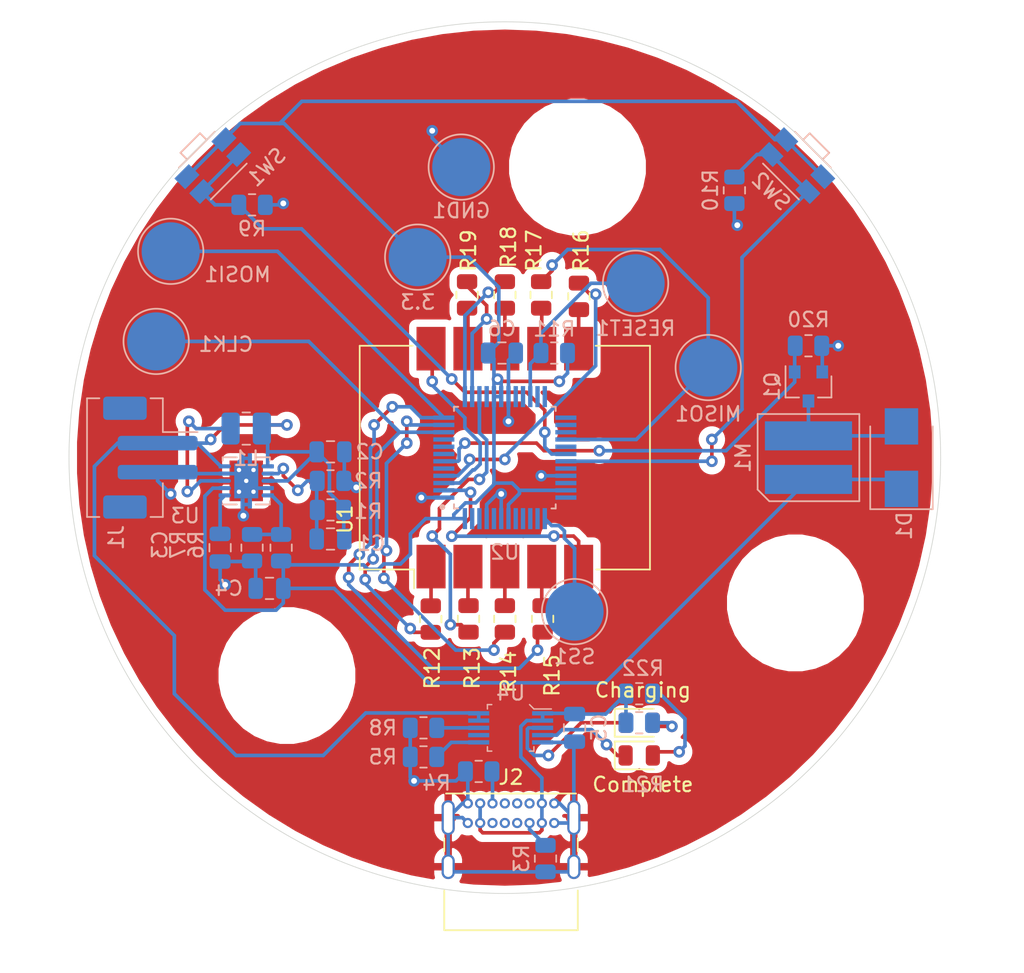
<source format=kicad_pcb>
(kicad_pcb (version 20171130) (host pcbnew "(5.1.8)-1")
  (layers (0 F.Cu signal) (31 B.Cu signal) (34 B.Paste user) (35 F.Paste user hide) (36 B.SilkS user) (37 F.SilkS user hide) (38 B.Mask user) (39 F.Mask user hide) (44 Edge.Cuts user))
  (net 0 "")
  (net 1 "Net-(U2-Pad47)")
  (net 2 "Net-(U2-Pad46)")
  (net 3 "Net-(U2-Pad44)")
  (net 4 "Net-(U2-Pad41)")
  (net 5 "Net-(U2-Pad40)")
  (net 6 "Net-(U2-Pad39)")
  (net 7 "Net-(U2-Pad38)")
  (net 8 "Net-(U2-Pad36)")
  (net 9 "Net-(U2-Pad34)")
  (net 10 "Net-(U2-Pad32)")
  (net 11 "Net-(U2-Pad29)")
  (net 12 "Net-(U2-Pad27)")
  (net 13 "Net-(U2-Pad26)")
  (net 14 "Net-(U2-Pad25)")
  (net 15 "Net-(U2-Pad24)")
  (net 16 "Net-(U2-Pad23)")
  (net 17 "Net-(U2-Pad21)")
  (net 18 "Net-(U2-Pad20)")
  (net 19 "Net-(U2-Pad16)")
  (net 20 "Net-(U2-Pad9)")
  (net 21 "Net-(U2-Pad8)")
  (net 22 "Net-(U2-Pad7)")
  (net 23 "Net-(U2-Pad5)")
  (net 24 "Net-(C1-Pad2)")
  (net 25 +BATT)
  (net 26 GND)
  (net 27 "Net-(C3-Pad1)")
  (net 28 +3V3)
  (net 29 VDD)
  (net 30 "Net-(J2-PadB6)")
  (net 31 "Net-(J2-PadB5)")
  (net 32 "Net-(J2-PadB8)")
  (net 33 "Net-(J2-PadB7)")
  (net 34 "Net-(J2-PadA8)")
  (net 35 "Net-(J2-PadA7)")
  (net 36 "Net-(J2-PadA6)")
  (net 37 "Net-(J2-PadA5)")
  (net 38 "Net-(L1-Pad1)")
  (net 39 "Net-(R5-Pad1)")
  (net 40 "Net-(R6-Pad2)")
  (net 41 "Net-(R8-Pad1)")
  (net 42 "Net-(U4-Pad7)")
  (net 43 "Net-(R9-Pad1)")
  (net 44 "Net-(R10-Pad1)")
  (net 45 "Net-(R11-Pad2)")
  (net 46 "Net-(SS1-Pad1)")
  (net 47 /G)
  (net 48 /E)
  (net 49 /F)
  (net 50 "Net-(R12-Pad2)")
  (net 51 "Net-(R13-Pad2)")
  (net 52 /DP)
  (net 53 "Net-(R14-Pad2)")
  (net 54 /A)
  (net 55 "Net-(R15-Pad2)")
  (net 56 "Net-(R16-Pad2)")
  (net 57 /D)
  (net 58 "Net-(R17-Pad2)")
  (net 59 "Net-(R18-Pad2)")
  (net 60 /C)
  (net 61 "Net-(R19-Pad2)")
  (net 62 /B)
  (net 63 /CA2)
  (net 64 /CA1)
  (net 65 "Net-(D1-Pad2)")
  (net 66 "Net-(Q1-Pad1)")
  (net 67 "Net-(D2-Pad2)")
  (net 68 "Net-(D2-Pad1)")
  (net 69 "Net-(D3-Pad2)")
  (net 70 "Net-(D3-Pad1)")
  (module MountingHole:MountingHole_8.4mm_M8 (layer F.Cu) (at 130 55)
    (fp_text reference REF** hide)
    (fp_text value MountingHole_8.4mm_M8)
    (pad 1 np_thru_hole circle (at 0 0) (size 8.4 8.4) (drill 8.4) (layers *.Cu *.Mask))
  )
  (module MountingHole:MountingHole_8.4mm_M8 (layer F.Cu) (at 145 85)
    (fp_text reference REF** hide)
    (fp_text value MountingHole_8.4mm_M8)
    (pad 1 np_thru_hole circle (at 0 0) (size 8.4 8.4) (drill 8.4) (layers *.Cu *.Mask))
  )
  (module MountingHole:MountingHole_8.4mm_M8 (layer F.Cu) (at 110 90)
    (fp_text reference REF** hide)
    (fp_text value MountingHole_8.4mm_M8)
    (pad 1 np_thru_hole circle (at 0 0) (size 8.4 8.4) (drill 8.4) (layers *.Cu *.Mask))
  )
  (module "KiCad library:QFP50P900X900X120-48N" (layer B.Cu) (at 125 75)
    (fp_text reference U2 (at 0 6.5) (layer B.SilkS) (effects (font (size 1.002913 1.002913)) (justify mirror)))
    (fp_text value AT32UC3L016-AUT)
    (pad 48 smd rect (at -2.75 4.2) (size 0.3 1.45) (layers B.Cu B.Paste B.Mask) (net 28 +3V3))
    (pad 47 smd rect (at -2.25 4.2) (size 0.3 1.45) (layers B.Cu B.Paste B.Mask) (net 1 "Net-(U2-Pad47)"))
    (pad 46 smd rect (at -1.75 4.2) (size 0.3 1.45) (layers B.Cu B.Paste B.Mask) (net 2 "Net-(U2-Pad46)"))
    (pad 45 smd rect (at -1.25 4.2) (size 0.3 1.45) (layers B.Cu B.Paste B.Mask) (net 26 GND))
    (pad 44 smd rect (at -0.75 4.2) (size 0.3 1.45) (layers B.Cu B.Paste B.Mask) (net 3 "Net-(U2-Pad44)"))
    (pad 43 smd rect (at -0.25 4.2) (size 0.3 1.45) (layers B.Cu B.Paste B.Mask) (net 26 GND))
    (pad 42 smd rect (at 0.25 4.2) (size 0.3 1.45) (layers B.Cu B.Paste B.Mask) (net 28 +3V3))
    (pad 41 smd rect (at 0.75 4.2) (size 0.3 1.45) (layers B.Cu B.Paste B.Mask) (net 4 "Net-(U2-Pad41)"))
    (pad 40 smd rect (at 1.25 4.2) (size 0.3 1.45) (layers B.Cu B.Paste B.Mask) (net 5 "Net-(U2-Pad40)"))
    (pad 39 smd rect (at 1.75 4.2) (size 0.3 1.45) (layers B.Cu B.Paste B.Mask) (net 6 "Net-(U2-Pad39)"))
    (pad 38 smd rect (at 2.25 4.2) (size 0.3 1.45) (layers B.Cu B.Paste B.Mask) (net 7 "Net-(U2-Pad38)"))
    (pad 37 smd rect (at 2.75 4.2) (size 0.3 1.45) (layers B.Cu B.Paste B.Mask) (net 46 "Net-(SS1-Pad1)"))
    (pad 36 smd rect (at 4.2 2.75) (size 1.45 0.3) (layers B.Cu B.Paste B.Mask) (net 8 "Net-(U2-Pad36)"))
    (pad 35 smd rect (at 4.2 2.25) (size 1.45 0.3) (layers B.Cu B.Paste B.Mask) (net 28 +3V3))
    (pad 34 smd rect (at 4.2 1.75) (size 1.45 0.3) (layers B.Cu B.Paste B.Mask) (net 9 "Net-(U2-Pad34)"))
    (pad 33 smd rect (at 4.2 1.25) (size 1.45 0.3) (layers B.Cu B.Paste B.Mask) (net 26 GND))
    (pad 32 smd rect (at 4.2 0.75) (size 1.45 0.3) (layers B.Cu B.Paste B.Mask) (net 10 "Net-(U2-Pad32)"))
    (pad 31 smd rect (at 4.2 0.25) (size 1.45 0.3) (layers B.Cu B.Paste B.Mask) (net 44 "Net-(R10-Pad1)"))
    (pad 30 smd rect (at 4.2 -0.25) (size 1.45 0.3) (layers B.Cu B.Paste B.Mask) (net 43 "Net-(R9-Pad1)"))
    (pad 29 smd rect (at 4.2 -0.75) (size 1.45 0.3) (layers B.Cu B.Paste B.Mask) (net 11 "Net-(U2-Pad29)"))
    (pad 28 smd rect (at 4.2 -1.25) (size 1.45 0.3) (layers B.Cu B.Paste B.Mask) (net 48 /E))
    (pad 27 smd rect (at 4.2 -1.75) (size 1.45 0.3) (layers B.Cu B.Paste B.Mask) (net 12 "Net-(U2-Pad27)"))
    (pad 26 smd rect (at 4.2 -2.25) (size 1.45 0.3) (layers B.Cu B.Paste B.Mask) (net 13 "Net-(U2-Pad26)"))
    (pad 25 smd rect (at 4.2 -2.75) (size 1.45 0.3) (layers B.Cu B.Paste B.Mask) (net 14 "Net-(U2-Pad25)"))
    (pad 24 smd rect (at 2.75 -4.2) (size 0.3 1.45) (layers B.Cu B.Paste B.Mask) (net 15 "Net-(U2-Pad24)"))
    (pad 23 smd rect (at 2.25 -4.2) (size 0.3 1.45) (layers B.Cu B.Paste B.Mask) (net 16 "Net-(U2-Pad23)"))
    (pad 22 smd rect (at 1.75 -4.2) (size 0.3 1.45) (layers B.Cu B.Paste B.Mask) (net 45 "Net-(R11-Pad2)"))
    (pad 21 smd rect (at 1.25 -4.2) (size 0.3 1.45) (layers B.Cu B.Paste B.Mask) (net 17 "Net-(U2-Pad21)"))
    (pad 20 smd rect (at 0.75 -4.2) (size 0.3 1.45) (layers B.Cu B.Paste B.Mask) (net 18 "Net-(U2-Pad20)"))
    (pad 19 smd rect (at 0.25 -4.2) (size 0.3 1.45) (layers B.Cu B.Paste B.Mask) (net 26 GND))
    (pad 18 smd rect (at -0.25 -4.2) (size 0.3 1.45) (layers B.Cu B.Paste B.Mask) (net 28 +3V3))
    (pad 17 smd rect (at -0.75 -4.2) (size 0.3 1.45) (layers B.Cu B.Paste B.Mask) (net 28 +3V3))
    (pad 16 smd rect (at -1.25 -4.2) (size 0.3 1.45) (layers B.Cu B.Paste B.Mask) (net 19 "Net-(U2-Pad16)"))
    (pad 15 smd rect (at -1.75 -4.2) (size 0.3 1.45) (layers B.Cu B.Paste B.Mask) (net 52 /DP))
    (pad 14 smd rect (at -2.25 -4.2) (size 0.3 1.45) (layers B.Cu B.Paste B.Mask) (net 62 /B))
    (pad 13 smd rect (at -2.75 -4.2) (size 0.3 1.45) (layers B.Cu B.Paste B.Mask) (net 60 /C))
    (pad 12 smd rect (at -4.2 -2.75) (size 1.45 0.3) (layers B.Cu B.Paste B.Mask) (net 49 /F))
    (pad 11 smd rect (at -4.2 -2.25) (size 1.45 0.3) (layers B.Cu B.Paste B.Mask) (net 54 /A))
    (pad 10 smd rect (at -4.2 -1.75) (size 1.45 0.3) (layers B.Cu B.Paste B.Mask) (net 47 /G))
    (pad 9 smd rect (at -4.2 -1.25) (size 1.45 0.3) (layers B.Cu B.Paste B.Mask) (net 20 "Net-(U2-Pad9)"))
    (pad 8 smd rect (at -4.2 -0.75) (size 1.45 0.3) (layers B.Cu B.Paste B.Mask) (net 21 "Net-(U2-Pad8)"))
    (pad 7 smd rect (at -4.2 -0.25) (size 1.45 0.3) (layers B.Cu B.Paste B.Mask) (net 22 "Net-(U2-Pad7)"))
    (pad 6 smd rect (at -4.2 0.25) (size 1.45 0.3) (layers B.Cu B.Paste B.Mask) (net 66 "Net-(Q1-Pad1)"))
    (pad 5 smd rect (at -4.2 0.75) (size 1.45 0.3) (layers B.Cu B.Paste B.Mask) (net 23 "Net-(U2-Pad5)"))
    (pad 4 smd rect (at -4.2 1.25) (size 1.45 0.3) (layers B.Cu B.Paste B.Mask) (net 57 /D))
    (pad 3 smd rect (at -4.2 1.75) (size 1.45 0.3) (layers B.Cu B.Paste B.Mask) (net 64 /CA1))
    (pad 2 smd rect (at -4.2 2.25) (size 1.45 0.3) (layers B.Cu B.Paste B.Mask) (net 63 /CA2))
    (pad 1 smd rect (at -4.2 2.75) (size 1.45 0.3) (layers B.Cu B.Paste B.Mask) (net 26 GND))
  )
  (module Resistor_SMD:R_0805_2012Metric (layer B.Cu) (at 134.25 91.25)
    (fp_text reference R22 (at 0.25 -1.75) (layer B.SilkS) (effects (justify mirror)))
    (fp_text value R_Small)
    (pad 2 smd roundrect (at 0.9125 0) (size 1.025 1.4) (layers B.Cu B.Paste B.Mask) (roundrect_rratio 0.2439014634146341) (net 69 "Net-(D3-Pad2)"))
    (pad 1 smd roundrect (at -0.9125 0) (size 1.025 1.4) (layers B.Cu B.Paste B.Mask) (roundrect_rratio 0.2439014634146341) (net 29 VDD))
  )
  (module Resistor_SMD:R_0805_2012Metric (layer B.Cu) (at 134.25 93.25)
    (fp_text reference R21 (at 0.25 4.25) (layer B.SilkS) (effects (justify mirror)))
    (fp_text value R_Small)
    (pad 2 smd roundrect (at 0.9125 0) (size 1.025 1.4) (layers B.Cu B.Paste B.Mask) (roundrect_rratio 0.2439014634146341) (net 67 "Net-(D2-Pad2)"))
    (pad 1 smd roundrect (at -0.9125 0) (size 1.025 1.4) (layers B.Cu B.Paste B.Mask) (roundrect_rratio 0.2439014634146341) (net 29 VDD))
  )
  (module LED_SMD:LED_0805_2012Metric (layer F.Cu) (at 134.25 95.5)
    (fp_text reference D3 hide)
    (fp_text value Complete (at 0.25 2) (layer F.SilkS))
    (pad 2 smd roundrect (at 0.9375 0) (size 0.975 1.4) (layers F.Cu F.Paste F.Mask) (net 69 "Net-(D3-Pad2)"))
    (pad 1 smd roundrect (at -0.9375 0) (size 0.975 1.4) (layers F.Cu F.Paste F.Mask) (net 70 "Net-(D3-Pad1)"))
  )
  (module LED_SMD:LED_0805_2012Metric (layer F.Cu) (at 134.25 93.25)
    (fp_text reference D2 hide)
    (fp_text value Charging (at 0.25 -2.25) (layer F.SilkS))
    (pad 2 smd roundrect (at 0.9375 0) (size 0.975 1.4) (layers F.Cu F.Paste F.Mask) (net 67 "Net-(D2-Pad2)"))
    (pad 1 smd roundrect (at -0.9375 0) (size 0.975 1.4) (layers F.Cu F.Paste F.Mask) (net 68 "Net-(D2-Pad1)"))
  )
  (module Package_SON:Texas_S-PVSON-N10_ThermalVias (layer B.Cu) (at 107.2 76.6)
    (fp_text reference U3 (at -4.2 2.4) (layer B.SilkS) (effects (justify mirror)))
    (fp_text value TPS61200DRC)
    (pad 11 smd rect (at 0 0) (size 2.3 2.8) (layers F.Cu) (net 26 GND))
    (pad 11 thru_hole circle (at -0.5 -0.75) (size 0.6 0.6) (drill 0.3) (layers *.Cu *.Mask) (net 26 GND))
    (pad 11 thru_hole circle (at -0.5 0.75) (size 0.6 0.6) (drill 0.3) (layers *.Cu *.Mask) (net 26 GND))
    (pad 11 thru_hole circle (at 0.5 0.75) (size 0.6 0.6) (drill 0.3) (layers *.Cu *.Mask) (net 26 GND))
    (pad 11 thru_hole circle (at 0 0) (size 0.6 0.6) (drill 0.3) (layers *.Cu *.Mask) (net 26 GND))
    (pad 11 thru_hole circle (at 0.5 -0.75) (size 0.6 0.6) (drill 0.3) (layers *.Cu *.Mask) (net 26 GND))
    (pad 10 smd oval (at 1.475 1) (size 0.85 0.28) (layers B.Cu B.Paste B.Mask) (net 40 "Net-(R6-Pad2)"))
    (pad 9 smd oval (at 1.475 0.5) (size 0.85 0.28) (layers B.Cu B.Paste B.Mask) (net 26 GND))
    (pad 8 smd oval (at 1.475 0) (size 0.85 0.28) (layers B.Cu B.Paste B.Mask) (net 25 +BATT))
    (pad 7 smd rect (at 1.76 -0.5) (size 0.28 0.28) (layers B.Cu B.Paste B.Mask) (net 24 "Net-(C1-Pad2)"))
    (pad 6 smd rect (at 1.76 -1) (size 0.28 0.28) (layers B.Cu B.Paste B.Mask) (net 25 +BATT))
    (pad 5 smd oval (at -1.475 -1) (size 0.85 0.28) (layers B.Cu B.Paste B.Mask) (net 25 +BATT))
    (pad 4 smd rect (at -1.76 -0.5) (size 0.28 0.28) (layers B.Cu B.Paste B.Mask) (net 26 GND))
    (pad 3 smd oval (at -1.475 0) (size 0.85 0.28) (layers B.Cu B.Paste B.Mask) (net 38 "Net-(L1-Pad1)"))
    (pad 2 smd rect (at -1.76 0.5) (size 0.28 0.28) (layers B.Cu B.Paste B.Mask) (net 28 +3V3))
    (pad 1 smd rect (at -1.76 1) (size 0.28 0.28) (layers B.Cu B.Paste B.Mask) (net 27 "Net-(C3-Pad1)"))
    (pad 11 smd rect (at 0 0) (size 1.65 2.4) (layers B.Cu B.Mask) (net 26 GND))
    (pad 11 smd rect (at 0.45 -0.635) (size 0.68 1.05) (layers B.Cu B.Paste B.Mask) (net 26 GND))
    (pad 11 smd rect (at -0.45 -0.635) (size 0.68 1.05) (layers B.Cu B.Paste B.Mask) (net 26 GND))
    (pad 11 smd rect (at 0.45 0.635) (size 0.68 1.05) (layers B.Cu B.Paste B.Mask) (net 26 GND))
    (pad 11 smd rect (at 0.25 -1.63) (size 0.26 0.5) (layers B.Cu B.Paste B.Mask) (net 26 GND))
    (pad 11 smd rect (at -0.25 -1.63) (size 0.26 0.5) (layers B.Cu B.Paste B.Mask) (net 26 GND))
    (pad 11 smd rect (at 0.25 1.63) (size 0.26 0.5) (layers B.Cu B.Paste B.Mask) (net 26 GND))
    (pad 11 smd rect (at 0.25 -1.55) (size 0.28 0.7) (layers B.Cu B.Mask) (net 26 GND))
    (pad 11 smd rect (at -0.25 -1.55) (size 0.28 0.7) (layers B.Cu B.Mask) (net 26 GND))
    (pad 11 smd rect (at 0.25 1.55) (size 0.28 0.7) (layers B.Cu B.Mask) (net 26 GND))
    (pad 11 smd rect (at -0.25 1.63) (size 0.26 0.5) (layers B.Cu B.Paste B.Mask) (net 26 GND))
    (pad 11 smd rect (at -0.25 1.55) (size 0.28 0.7) (layers B.Cu B.Mask) (net 26 GND))
    (pad 11 smd rect (at -0.45 0.635) (size 0.68 1.05) (layers B.Cu B.Paste B.Mask) (net 26 GND))
    (pad 10 smd rect (at 1.76 1) (size 0.28 0.28) (layers B.Cu B.Paste B.Mask) (net 40 "Net-(R6-Pad2)"))
    (pad 9 smd rect (at 1.76 0.5) (size 0.28 0.28) (layers B.Cu B.Paste B.Mask) (net 26 GND))
    (pad 8 smd rect (at 1.76 0) (size 0.28 0.28) (layers B.Cu B.Paste B.Mask) (net 25 +BATT))
    (pad 7 smd oval (at 1.475 -0.5) (size 0.85 0.28) (layers B.Cu B.Paste B.Mask) (net 24 "Net-(C1-Pad2)"))
    (pad 6 smd oval (at 1.475 -1) (size 0.85 0.28) (layers B.Cu B.Paste B.Mask) (net 25 +BATT))
    (pad 5 smd rect (at -1.76 -1) (size 0.28 0.28) (layers B.Cu B.Paste B.Mask) (net 25 +BATT))
    (pad 4 smd oval (at -1.475 -0.5) (size 0.85 0.28) (layers B.Cu B.Paste B.Mask) (net 26 GND))
    (pad 3 smd rect (at -1.76 0) (size 0.28 0.28) (layers B.Cu B.Paste B.Mask) (net 38 "Net-(L1-Pad1)"))
    (pad 2 smd oval (at -1.475 0.5) (size 0.85 0.28) (layers B.Cu B.Paste B.Mask) (net 28 +3V3))
    (pad 1 smd oval (at -1.475 1) (size 0.85 0.28) (layers B.Cu B.Paste B.Mask) (net 27 "Net-(C3-Pad1)"))
  )
  (module Resistor_SMD:R_0805_2012Metric (layer B.Cu) (at 145.9 67.3)
    (fp_text reference R20 (at 0 -1.8) (layer B.SilkS) (effects (justify mirror)))
    (fp_text value R_Small)
    (pad 2 smd roundrect (at 0.9125 0) (size 1.025 1.4) (layers B.Cu B.Paste B.Mask) (roundrect_rratio 0.2439014634146341) (net 26 GND))
    (pad 1 smd roundrect (at -0.9125 0) (size 1.025 1.4) (layers B.Cu B.Paste B.Mask) (roundrect_rratio 0.2439014634146341) (net 66 "Net-(Q1-Pad1)"))
  )
  (module Package_TO_SOT_SMD:SOT-23 (layer B.Cu) (at 145.9 70.1 270)
    (fp_text reference Q1 (at 0 2.5 90) (layer B.SilkS) (effects (justify mirror)))
    (fp_text value DMN3404L)
    (pad 3 smd rect (at 1 0 270) (size 0.9 0.8) (layers B.Cu B.Paste B.Mask) (net 65 "Net-(D1-Pad2)"))
    (pad 2 smd rect (at -1 -0.95 270) (size 0.9 0.8) (layers B.Cu B.Paste B.Mask) (net 26 GND))
    (pad 1 smd rect (at -1 0.95 270) (size 0.9 0.8) (layers B.Cu B.Paste B.Mask) (net 66 "Net-(Q1-Pad1)"))
  )
  (module Diode_SMD:D_SMB (layer B.Cu) (at 152.3 75 90)
    (fp_text reference D1 (at -4.7 0.2 270) (layer B.SilkS) (effects (justify mirror)))
    (fp_text value B240)
    (pad 2 smd rect (at 2.15 0 90) (size 2.5 2.3) (layers B.Cu B.Paste B.Mask) (net 65 "Net-(D1-Pad2)"))
    (pad 1 smd rect (at -2.15 0 90) (size 2.5 2.3) (layers B.Cu B.Paste B.Mask) (net 28 +3V3))
  )
  (module Resistor_SMD:R_0805_2012Metric (layer F.Cu) (at 122.4 63.8 270)
    (fp_text reference R19 (at -3.05 -0.1 90) (layer F.SilkS))
    (fp_text value R_Small)
    (pad 2 smd roundrect (at 0.9125 0 270) (size 1.025 1.4) (layers F.Cu F.Paste F.Mask) (roundrect_rratio 0.2439014634146341) (net 61 "Net-(R19-Pad2)"))
    (pad 1 smd roundrect (at -0.9125 0 270) (size 1.025 1.4) (layers F.Cu F.Paste F.Mask) (roundrect_rratio 0.2439014634146341) (net 62 /B))
  )
  (module Resistor_SMD:R_0805_2012Metric (layer F.Cu) (at 125 63.8 270)
    (fp_text reference R18 (at -3.3 -0.25 90) (layer F.SilkS))
    (fp_text value R_Small)
    (pad 2 smd roundrect (at 0.9125 0 270) (size 1.025 1.4) (layers F.Cu F.Paste F.Mask) (roundrect_rratio 0.2439014634146341) (net 59 "Net-(R18-Pad2)"))
    (pad 1 smd roundrect (at -0.9125 0 270) (size 1.025 1.4) (layers F.Cu F.Paste F.Mask) (roundrect_rratio 0.2439014634146341) (net 60 /C))
  )
  (module Resistor_SMD:R_0805_2012Metric (layer F.Cu) (at 127.5 63.8 270)
    (fp_text reference R17 (at -3.05 0.5 90) (layer F.SilkS))
    (fp_text value R_Small)
    (pad 2 smd roundrect (at 0.9125 0 270) (size 1.025 1.4) (layers F.Cu F.Paste F.Mask) (roundrect_rratio 0.2439014634146341) (net 58 "Net-(R17-Pad2)"))
    (pad 1 smd roundrect (at -0.9125 0 270) (size 1.025 1.4) (layers F.Cu F.Paste F.Mask) (roundrect_rratio 0.2439014634146341) (net 48 /E))
  )
  (module Resistor_SMD:R_0805_2012Metric (layer F.Cu) (at 130.1 63.9 270)
    (fp_text reference R16 (at -3.15 -0.15 90) (layer F.SilkS))
    (fp_text value R_Small)
    (pad 2 smd roundrect (at 0.9125 0 270) (size 1.025 1.4) (layers F.Cu F.Paste F.Mask) (roundrect_rratio 0.2439014634146341) (net 56 "Net-(R16-Pad2)"))
    (pad 1 smd roundrect (at -0.9125 0 270) (size 1.025 1.4) (layers F.Cu F.Paste F.Mask) (roundrect_rratio 0.2439014634146341) (net 57 /D))
  )
  (module Resistor_SMD:R_0805_2012Metric (layer F.Cu) (at 127.6 86.1 90)
    (fp_text reference R15 (at -3.9 0.65 90) (layer F.SilkS))
    (fp_text value R_Small)
    (pad 2 smd roundrect (at 0.9125 0 90) (size 1.025 1.4) (layers F.Cu F.Paste F.Mask) (roundrect_rratio 0.2439014634146341) (net 55 "Net-(R15-Pad2)"))
    (pad 1 smd roundrect (at -0.9125 0 90) (size 1.025 1.4) (layers F.Cu F.Paste F.Mask) (roundrect_rratio 0.2439014634146341) (net 49 /F))
  )
  (module Resistor_SMD:R_0805_2012Metric (layer F.Cu) (at 125 86.1 90)
    (fp_text reference R14 (at -3.65 0.25 90) (layer F.SilkS))
    (fp_text value R_Small)
    (pad 2 smd roundrect (at 0.9125 0 90) (size 1.025 1.4) (layers F.Cu F.Paste F.Mask) (roundrect_rratio 0.2439014634146341) (net 53 "Net-(R14-Pad2)"))
    (pad 1 smd roundrect (at -0.9125 0 90) (size 1.025 1.4) (layers F.Cu F.Paste F.Mask) (roundrect_rratio 0.2439014634146341) (net 54 /A))
  )
  (module Resistor_SMD:R_0805_2012Metric (layer F.Cu) (at 122.5 86.1 90)
    (fp_text reference R13 (at -3.4 0.25 90) (layer F.SilkS))
    (fp_text value R_Small)
    (pad 2 smd roundrect (at 0.9125 0 90) (size 1.025 1.4) (layers F.Cu F.Paste F.Mask) (roundrect_rratio 0.2439014634146341) (net 51 "Net-(R13-Pad2)"))
    (pad 1 smd roundrect (at -0.9125 0 90) (size 1.025 1.4) (layers F.Cu F.Paste F.Mask) (roundrect_rratio 0.2439014634146341) (net 52 /DP))
  )
  (module Resistor_SMD:R_0805_2012Metric (layer F.Cu) (at 119.9 86.1125 90)
    (fp_text reference R12 (at -3.3875 0.1 90) (layer F.SilkS))
    (fp_text value R_Small)
    (pad 2 smd roundrect (at 0.9125 0 90) (size 1.025 1.4) (layers F.Cu F.Paste F.Mask) (roundrect_rratio 0.2439014634146341) (net 50 "Net-(R12-Pad2)"))
    (pad 1 smd roundrect (at -0.9125 0 90) (size 1.025 1.4) (layers F.Cu F.Paste F.Mask) (roundrect_rratio 0.2439014634146341) (net 47 /G))
  )
  (module Resistor_SMD:R_0805_2012Metric (layer B.Cu) (at 128.4 67.8 180)
    (fp_text reference R11 (at 0 1.65) (layer B.SilkS) (effects (justify mirror)))
    (fp_text value 10k)
    (pad 2 smd roundrect (at 0.9125 0 180) (size 1.025 1.4) (layers B.Cu B.Paste B.Mask) (roundrect_rratio 0.2439014634146341) (net 45 "Net-(R11-Pad2)"))
    (pad 1 smd roundrect (at -0.9125 0 180) (size 1.025 1.4) (layers B.Cu B.Paste B.Mask) (roundrect_rratio 0.2439014634146341) (net 28 +3V3))
  )
  (module TestPoint:TestPoint_Pad_D4.0mm (layer B.Cu) (at 102 60.8)
    (fp_text reference MOSI1 (at 4.6 1.6) (layer B.SilkS) (effects (justify mirror)))
    (fp_text value TestPoint)
    (pad 1 smd circle (at 0 0) (size 4 4) (layers B.Cu B.Mask) (net 49 /F))
  )
  (module TestPoint:TestPoint_Pad_D4.0mm (layer B.Cu) (at 122 55)
    (fp_text reference GND1 (at 0 3) (layer B.SilkS) (effects (justify mirror)))
    (fp_text value TestPoint)
    (pad 1 smd circle (at 0 0) (size 4 4) (layers B.Cu B.Mask) (net 26 GND))
  )
  (module TestPoint:TestPoint_Pad_D4.0mm (layer B.Cu) (at 119 61.2)
    (fp_text reference 3.3 (at 0 3.1) (layer B.SilkS) (effects (justify mirror)))
    (fp_text value TestPoint)
    (pad 1 smd circle (at 0 0) (size 4 4) (layers B.Cu B.Mask) (net 28 +3V3))
  )
  (module Resistor_SMD:R_0805_2012Metric (layer B.Cu) (at 140.8 56.6 270)
    (fp_text reference R10 (at 0 1.65 90) (layer B.SilkS) (effects (justify mirror)))
    (fp_text value R_Small)
    (pad 2 smd roundrect (at 0.9125 0 270) (size 1.025 1.4) (layers B.Cu B.Paste B.Mask) (roundrect_rratio 0.2439014634146341) (net 26 GND))
    (pad 1 smd roundrect (at -0.9125 0 270) (size 1.025 1.4) (layers B.Cu B.Paste B.Mask) (roundrect_rratio 0.2439014634146341) (net 44 "Net-(R10-Pad1)"))
  )
  (module Resistor_SMD:R_0805_2012Metric (layer B.Cu) (at 107.6 57.6)
    (fp_text reference R9 (at 0 1.65) (layer B.SilkS) (effects (justify mirror)))
    (fp_text value R_Small)
    (pad 2 smd roundrect (at 0.9125 0) (size 1.025 1.4) (layers B.Cu B.Paste B.Mask) (roundrect_rratio 0.2439014634146341) (net 26 GND))
    (pad 1 smd roundrect (at -0.9125 0) (size 1.025 1.4) (layers B.Cu B.Paste B.Mask) (roundrect_rratio 0.2439014634146341) (net 43 "Net-(R9-Pad1)"))
  )
  (module Capacitor_SMD:C_0805_2012Metric (layer B.Cu) (at 124.8 67.8 180)
    (fp_text reference C6 (at 0 1.68) (layer B.SilkS) (effects (justify mirror)))
    (fp_text value 10u)
    (pad 2 smd roundrect (at 0.95 0 180) (size 1 1.45) (layers B.Cu B.Paste B.Mask) (net 28 +3V3))
    (pad 1 smd roundrect (at -0.95 0 180) (size 1 1.45) (layers B.Cu B.Paste B.Mask) (net 26 GND))
  )
  (module digikey-footprints:MSOP-10_W3mm (layer B.Cu) (at 125.4 93.6 270)
    (fp_text reference U4 (at -2.4 0) (layer B.SilkS) (effects (justify mirror)))
    (fp_text value MCP73833-AMI_UN)
    (pad 10 smd rect (at -1 2.2 270) (size 0.3 1.45) (layers B.Cu B.Paste B.Mask) (net 25 +BATT))
    (pad 9 smd rect (at -0.5 2.2 270) (size 0.3 1.45) (layers B.Cu B.Paste B.Mask) (net 25 +BATT))
    (pad 8 smd rect (at 0 2.2 270) (size 0.3 1.45) (layers B.Cu B.Paste B.Mask) (net 41 "Net-(R8-Pad1)"))
    (pad 7 smd rect (at 0.5 2.2 270) (size 0.3 1.45) (layers B.Cu B.Paste B.Mask) (net 42 "Net-(U4-Pad7)"))
    (pad 5 smd rect (at 1 -2.2 270) (size 0.3 1.45) (layers B.Cu B.Paste B.Mask) (net 26 GND))
    (pad 4 smd rect (at 0.5 -2.2 270) (size 0.3 1.45) (layers B.Cu B.Paste B.Mask) (net 70 "Net-(D3-Pad1)"))
    (pad 3 smd rect (at 0 -2.2 270) (size 0.3 1.45) (layers B.Cu B.Paste B.Mask) (net 68 "Net-(D2-Pad1)"))
    (pad 2 smd rect (at -0.5 -2.2 270) (size 0.3 1.45) (layers B.Cu B.Paste B.Mask) (net 29 VDD))
    (pad 6 smd rect (at 1 2.2 270) (size 0.3 1.45) (layers B.Cu B.Paste B.Mask) (net 39 "Net-(R5-Pad1)"))
    (pad 1 smd rect (at -1 -2.2 270) (size 0.3 1.45) (layers B.Cu B.Paste B.Mask) (net 29 VDD))
  )
  (module Resistor_SMD:R_0805_2012Metric (layer B.Cu) (at 119.4 93.6 180)
    (fp_text reference R8 (at 2.8 0) (layer B.SilkS) (effects (justify mirror)))
    (fp_text value 10k)
    (pad 2 smd roundrect (at 0.9125 0 180) (size 1.025 1.4) (layers B.Cu B.Paste B.Mask) (roundrect_rratio 0.2439014634146341) (net 26 GND))
    (pad 1 smd roundrect (at -0.9125 0 180) (size 1.025 1.4) (layers B.Cu B.Paste B.Mask) (roundrect_rratio 0.2439014634146341) (net 41 "Net-(R8-Pad1)"))
  )
  (module Resistor_SMD:R_0805_2012Metric (layer B.Cu) (at 107.6 81.2 270)
    (fp_text reference R7 (at -0.2 5.1 90) (layer B.SilkS) (effects (justify mirror)))
    (fp_text value 220k)
    (pad 2 smd roundrect (at 0.9125 0 270) (size 1.025 1.4) (layers B.Cu B.Paste B.Mask) (roundrect_rratio 0.2439014634146341) (net 26 GND))
    (pad 1 smd roundrect (at -0.9125 0 270) (size 1.025 1.4) (layers B.Cu B.Paste B.Mask) (roundrect_rratio 0.2439014634146341) (net 40 "Net-(R6-Pad2)"))
  )
  (module Resistor_SMD:R_0805_2012Metric (layer B.Cu) (at 109.6 81.2 90)
    (fp_text reference R6 (at 0.2 -5.85 90) (layer B.SilkS) (effects (justify mirror)))
    (fp_text value 1.2M)
    (pad 2 smd roundrect (at 0.9125 0 90) (size 1.025 1.4) (layers B.Cu B.Paste B.Mask) (roundrect_rratio 0.2439014634146341) (net 40 "Net-(R6-Pad2)"))
    (pad 1 smd roundrect (at -0.9125 0 90) (size 1.025 1.4) (layers B.Cu B.Paste B.Mask) (roundrect_rratio 0.2439014634146341) (net 28 +3V3))
  )
  (module Resistor_SMD:R_0805_2012Metric (layer B.Cu) (at 119.4 95.6 180)
    (fp_text reference R5 (at 2.8 0) (layer B.SilkS) (effects (justify mirror)))
    (fp_text value 1k)
    (pad 2 smd roundrect (at 0.9125 0 180) (size 1.025 1.4) (layers B.Cu B.Paste B.Mask) (roundrect_rratio 0.2439014634146341) (net 26 GND))
    (pad 1 smd roundrect (at -0.9125 0 180) (size 1.025 1.4) (layers B.Cu B.Paste B.Mask) (roundrect_rratio 0.2439014634146341) (net 39 "Net-(R5-Pad1)"))
  )
  (module Resistor_SMD:R_0805_2012Metric (layer B.Cu) (at 123.2 96.6 180)
    (fp_text reference R4 (at 2.9 -0.8) (layer B.SilkS) (effects (justify mirror)))
    (fp_text value 5.1k)
    (pad 2 smd roundrect (at 0.9125 0 180) (size 1.025 1.4) (layers B.Cu B.Paste B.Mask) (roundrect_rratio 0.2439014634146341) (net 26 GND))
    (pad 1 smd roundrect (at -0.9125 0 180) (size 1.025 1.4) (layers B.Cu B.Paste B.Mask) (roundrect_rratio 0.2439014634146341) (net 37 "Net-(J2-PadA5)"))
  )
  (module Resistor_SMD:R_0805_2012Metric (layer B.Cu) (at 127.8 102.6 270)
    (fp_text reference R3 (at 0 1.65 90) (layer B.SilkS) (effects (justify mirror)))
    (fp_text value 5.1k)
    (pad 2 smd roundrect (at 0.9125 0 270) (size 1.025 1.4) (layers B.Cu B.Paste B.Mask) (roundrect_rratio 0.2439014634146341) (net 26 GND))
    (pad 1 smd roundrect (at -0.9125 0 270) (size 1.025 1.4) (layers B.Cu B.Paste B.Mask) (roundrect_rratio 0.2439014634146341) (net 31 "Net-(J2-PadB5)"))
  )
  (module Resistor_SMD:R_0805_2012Metric (layer B.Cu) (at 113 76.6)
    (fp_text reference R2 (at 2.6 0) (layer B.SilkS) (effects (justify mirror)))
    (fp_text value 220k)
    (pad 2 smd roundrect (at 0.9125 0) (size 1.025 1.4) (layers B.Cu B.Paste B.Mask) (roundrect_rratio 0.2439014634146341) (net 26 GND))
    (pad 1 smd roundrect (at -0.9125 0) (size 1.025 1.4) (layers B.Cu B.Paste B.Mask) (roundrect_rratio 0.2439014634146341) (net 24 "Net-(C1-Pad2)"))
  )
  (module Resistor_SMD:R_0805_2012Metric (layer B.Cu) (at 113 78.6 180)
    (fp_text reference R1 (at -2.6 -0.1) (layer B.SilkS) (effects (justify mirror)))
    (fp_text value 2M)
    (pad 2 smd roundrect (at 0.9125 0 180) (size 1.025 1.4) (layers B.Cu B.Paste B.Mask) (roundrect_rratio 0.2439014634146341) (net 24 "Net-(C1-Pad2)"))
    (pad 1 smd roundrect (at -0.9125 0 180) (size 1.025 1.4) (layers B.Cu B.Paste B.Mask) (roundrect_rratio 0.2439014634146341) (net 25 +BATT))
  )
  (module Inductor_SMD:L_1008_2520Metric (layer B.Cu) (at 107.2 73)
    (fp_text reference L1 (at 0 2.05 180) (layer B.SilkS) (effects (justify mirror)))
    (fp_text value 4.7u)
    (pad 2 smd roundrect (at 1.075 0) (size 1.25 2.2) (layers B.Cu B.Paste B.Mask) (roundrect_rratio 0.2) (net 25 +BATT))
    (pad 1 smd roundrect (at -1.075 0) (size 1.25 2.2) (layers B.Cu B.Paste B.Mask) (roundrect_rratio 0.2) (net 38 "Net-(L1-Pad1)"))
  )
  (module Connector_USB:USB_C_Receptacle_GCT_USB4085 (layer F.Cu) (at 122.45 98.8)
    (fp_text reference J2 (at 2.975 -1.8) (layer F.SilkS))
    (fp_text value USB_C_Receptacle_USB2.0)
    (pad S1 thru_hole oval (at 7.3 4.36) (size 0.9 1.7) (drill oval 0.6 1.4) (layers *.Cu *.Mask) (net 26 GND))
    (pad S1 thru_hole oval (at -1.35 4.36) (size 0.9 1.7) (drill oval 0.6 1.4) (layers *.Cu *.Mask) (net 26 GND))
    (pad S1 thru_hole oval (at 7.3 0.98) (size 0.9 2.4) (drill oval 0.6 2.1) (layers *.Cu *.Mask) (net 26 GND))
    (pad S1 thru_hole oval (at -1.35 0.98) (size 0.9 2.4) (drill oval 0.6 2.1) (layers *.Cu *.Mask) (net 26 GND))
    (pad B6 thru_hole circle (at 3.4 1.35) (size 0.7 0.7) (drill 0.4) (layers *.Cu *.Mask) (net 30 "Net-(J2-PadB6)"))
    (pad B1 thru_hole circle (at 5.95 1.35) (size 0.7 0.7) (drill 0.4) (layers *.Cu *.Mask) (net 26 GND))
    (pad B4 thru_hole circle (at 5.1 1.35) (size 0.7 0.7) (drill 0.4) (layers *.Cu *.Mask) (net 29 VDD))
    (pad B5 thru_hole circle (at 4.25 1.35) (size 0.7 0.7) (drill 0.4) (layers *.Cu *.Mask) (net 31 "Net-(J2-PadB5)"))
    (pad B12 thru_hole circle (at 0 1.35) (size 0.7 0.7) (drill 0.4) (layers *.Cu *.Mask) (net 26 GND))
    (pad B8 thru_hole circle (at 1.7 1.35) (size 0.7 0.7) (drill 0.4) (layers *.Cu *.Mask) (net 32 "Net-(J2-PadB8)"))
    (pad B7 thru_hole circle (at 2.55 1.35) (size 0.7 0.7) (drill 0.4) (layers *.Cu *.Mask) (net 33 "Net-(J2-PadB7)"))
    (pad B9 thru_hole circle (at 0.85 1.35) (size 0.7 0.7) (drill 0.4) (layers *.Cu *.Mask) (net 29 VDD))
    (pad A12 thru_hole circle (at 5.95 0) (size 0.7 0.7) (drill 0.4) (layers *.Cu *.Mask) (net 26 GND))
    (pad A9 thru_hole circle (at 5.1 0) (size 0.7 0.7) (drill 0.4) (layers *.Cu *.Mask) (net 29 VDD))
    (pad A8 thru_hole circle (at 4.25 0) (size 0.7 0.7) (drill 0.4) (layers *.Cu *.Mask) (net 34 "Net-(J2-PadA8)"))
    (pad A7 thru_hole circle (at 3.4 0) (size 0.7 0.7) (drill 0.4) (layers *.Cu *.Mask) (net 35 "Net-(J2-PadA7)"))
    (pad A6 thru_hole circle (at 2.55 0) (size 0.7 0.7) (drill 0.4) (layers *.Cu *.Mask) (net 36 "Net-(J2-PadA6)"))
    (pad A5 thru_hole circle (at 1.7 0) (size 0.7 0.7) (drill 0.4) (layers *.Cu *.Mask) (net 37 "Net-(J2-PadA5)"))
    (pad A4 thru_hole circle (at 0.85 0) (size 0.7 0.7) (drill 0.4) (layers *.Cu *.Mask) (net 29 VDD))
    (pad A1 thru_hole circle (at 0 0) (size 0.7 0.7) (drill 0.4) (layers *.Cu *.Mask) (net 26 GND))
  )
  (module Capacitor_SMD:C_0805_2012Metric (layer B.Cu) (at 129.8 93.6 90)
    (fp_text reference C5 (at 0 1.68 90) (layer B.SilkS) (effects (justify mirror)))
    (fp_text value 10u)
    (pad 2 smd roundrect (at 0.95 0 90) (size 1 1.45) (layers B.Cu B.Paste B.Mask) (net 29 VDD))
    (pad 1 smd roundrect (at -0.95 0 90) (size 1 1.45) (layers B.Cu B.Paste B.Mask) (net 26 GND))
  )
  (module Capacitor_SMD:C_0805_2012Metric (layer B.Cu) (at 108.8 84 180)
    (fp_text reference C4 (at 2.8 0) (layer B.SilkS) (effects (justify mirror)))
    (fp_text value 22n)
    (pad 2 smd roundrect (at 0.95 0 180) (size 1 1.45) (layers B.Cu B.Paste B.Mask) (net 26 GND))
    (pad 1 smd roundrect (at -0.95 0 180) (size 1 1.45) (layers B.Cu B.Paste B.Mask) (net 28 +3V3))
  )
  (module Capacitor_SMD:C_0805_2012Metric (layer B.Cu) (at 105.4 81.2 270)
    (fp_text reference C3 (at -0.2 4.15 90) (layer B.SilkS) (effects (justify mirror)))
    (fp_text value 0.1u)
    (pad 2 smd roundrect (at 0.95 0 270) (size 1 1.45) (layers B.Cu B.Paste B.Mask) (net 26 GND))
    (pad 1 smd roundrect (at -0.95 0 270) (size 1 1.45) (layers B.Cu B.Paste B.Mask) (net 27 "Net-(C3-Pad1)"))
  )
  (module Capacitor_SMD:C_0805_2012Metric (layer B.Cu) (at 113 74.6)
    (fp_text reference C2 (at 2.7 0) (layer B.SilkS) (effects (justify mirror)))
    (fp_text value 10u)
    (pad 2 smd roundrect (at 0.95 0) (size 1 1.45) (layers B.Cu B.Paste B.Mask) (net 26 GND))
    (pad 1 smd roundrect (at -0.95 0) (size 1 1.45) (layers B.Cu B.Paste B.Mask) (net 25 +BATT))
  )
  (module Capacitor_SMD:C_0805_2012Metric (layer B.Cu) (at 113 80.6 180)
    (fp_text reference C1 (at -2.8 -0.3) (layer B.SilkS) (effects (justify mirror)))
    (fp_text value 0.1u)
    (pad 2 smd roundrect (at 0.95 0 180) (size 1 1.45) (layers B.Cu B.Paste B.Mask) (net 24 "Net-(C1-Pad2)"))
    (pad 1 smd roundrect (at -0.95 0 180) (size 1 1.45) (layers B.Cu B.Paste B.Mask) (net 25 +BATT))
  )
  (module Display:HDSM-441B_HDSM-443B (layer F.Cu) (at 125 75 90)
    (fp_text reference U1 (at -4.25 -11 90) (layer F.SilkS))
    (fp_text value HDSM-541B)
    (pad 1 smd rect (at -7.5 -5.08) (size 2 3) (layers F.Cu F.Paste F.Mask) (net 50 "Net-(R12-Pad2)"))
    (pad 2 smd rect (at -7.5 -2.54) (size 2 3) (layers F.Cu F.Paste F.Mask) (net 51 "Net-(R13-Pad2)"))
    (pad 3 smd rect (at -7.5 0) (size 2 3) (layers F.Cu F.Paste F.Mask) (net 53 "Net-(R14-Pad2)"))
    (pad 4 smd rect (at -7.5 2.54) (size 2 3) (layers F.Cu F.Paste F.Mask) (net 55 "Net-(R15-Pad2)"))
    (pad 5 smd rect (at -7.5 5.08) (size 2 3) (layers F.Cu F.Paste F.Mask) (net 63 /CA2))
    (pad 6 smd rect (at 7.5 5.08) (size 2 3) (layers F.Cu F.Paste F.Mask) (net 56 "Net-(R16-Pad2)"))
    (pad 7 smd rect (at 7.5 2.54) (size 2 3) (layers F.Cu F.Paste F.Mask) (net 58 "Net-(R17-Pad2)"))
    (pad 8 smd rect (at 7.5 0) (size 2 3) (layers F.Cu F.Paste F.Mask) (net 59 "Net-(R18-Pad2)"))
    (pad 9 smd rect (at 7.5 -2.54) (size 2 3) (layers F.Cu F.Paste F.Mask) (net 61 "Net-(R19-Pad2)"))
    (pad 10 smd rect (at 7.5 -5.08) (size 2 3) (layers F.Cu F.Paste F.Mask) (net 64 /CA1))
  )
  (module TestPoint:TestPoint_Pad_D4.0mm (layer B.Cu) (at 139 68.8)
    (fp_text reference MISO1 (at 0 3.2) (layer B.SilkS) (effects (justify mirror)))
    (fp_text value TestPoint)
    (pad 1 smd circle (at 0 0) (size 4 4) (layers B.Cu B.Mask) (net 48 /E))
  )
  (module TestPoint:TestPoint_Pad_D4.0mm (layer B.Cu) (at 101 67)
    (fp_text reference CLK1 (at 4.8 0.2) (layer B.SilkS) (effects (justify mirror)))
    (fp_text value TestPoint)
    (pad 1 smd circle (at 0 0) (size 4 4) (layers B.Cu B.Mask) (net 47 /G))
  )
  (module TestPoint:TestPoint_Pad_D4.0mm (layer B.Cu) (at 129.8 85.6)
    (fp_text reference SS1 (at 0 3.1) (layer B.SilkS) (effects (justify mirror)))
    (fp_text value TestPoint)
    (pad 1 smd circle (at 0 0) (size 4 4) (layers B.Cu B.Mask) (net 46 "Net-(SS1-Pad1)"))
  )
  (module TestPoint:TestPoint_Pad_D4.0mm (layer B.Cu) (at 134 63)
    (fp_text reference RESET1 (at 0 3.1) (layer B.SilkS) (effects (justify mirror)))
    (fp_text value TestPoint)
    (pad 1 smd circle (at 0 0) (size 4 4) (layers B.Cu B.Mask) (net 45 "Net-(R11-Pad2)"))
  )
  (module Button_Switch_SMD:SW_SPST_EVQP7A (layer B.Cu) (at 145.1 54.9 315)
    (fp_text reference SW2 (at 0 2.5 135) (layer B.SilkS) (effects (justify mirror)))
    (fp_text value SW_Push)
    (pad 2 smd rect (at -1.8 -0.72 315) (size 1.4 1.05) (layers B.Cu B.Paste B.Mask) (net 28 +3V3))
    (pad 2 smd rect (at 1.8 -0.72 315) (size 1.4 1.05) (layers B.Cu B.Paste B.Mask) (net 28 +3V3))
    (pad 1 smd rect (at -1.8 0.72 315) (size 1.4 1.05) (layers B.Cu B.Paste B.Mask) (net 44 "Net-(R10-Pad1)"))
    (pad 1 smd rect (at 1.8 0.72 315) (size 1.4 1.05) (layers B.Cu B.Paste B.Mask) (net 44 "Net-(R10-Pad1)"))
  )
  (module Button_Switch_SMD:SW_SPST_EVQP7A (layer B.Cu) (at 104.9 54.9 45)
    (fp_text reference SW1 (at 2.545584 2.687006 45) (layer B.SilkS) (effects (justify mirror)))
    (fp_text value SW_Push)
    (pad 2 smd rect (at -1.8 -0.72 45) (size 1.4 1.05) (layers B.Cu B.Paste B.Mask) (net 28 +3V3))
    (pad 2 smd rect (at 1.8 -0.72 45) (size 1.4 1.05) (layers B.Cu B.Paste B.Mask) (net 28 +3V3))
    (pad 1 smd rect (at -1.8 0.72 45) (size 1.4 1.05) (layers B.Cu B.Paste B.Mask) (net 43 "Net-(R9-Pad1)"))
    (pad 1 smd rect (at 1.8 0.72 45) (size 1.4 1.05) (layers B.Cu B.Paste B.Mask) (net 43 "Net-(R9-Pad1)"))
  )
  (module my-footprints:2-wire-connector (layer B.Cu) (at 145.9 75 90)
    (fp_text reference M1 (at 0 -4.5 90) (layer B.SilkS) (effects (justify mirror)))
    (fp_text value Motor_DC)
    (pad 2 smd rect (at 1.5 0 90) (size 2 6) (layers B.Cu B.Paste B.Mask) (net 65 "Net-(D1-Pad2)"))
    (pad 1 smd rect (at -1.5 0 90) (size 2 6) (layers B.Cu B.Paste B.Mask) (net 28 +3V3))
  )
  (module Connector_JST:JST_PH_B2B-PH-SM4-TB_1x02-1MP_P2.00mm_Vertical (layer B.Cu) (at 100.6 75 270)
    (fp_text reference J1 (at 5.5 2.35 90) (layer B.SilkS) (effects (justify mirror)))
    (fp_text value Conn_01x02_Female)
    (pad MP smd roundrect (at 3.4 1.75 270) (size 1.6 3) (layers B.Cu B.Paste B.Mask) (roundrect_rratio 0.15625))
    (pad MP smd roundrect (at -3.4 1.75 270) (size 1.6 3) (layers B.Cu B.Paste B.Mask) (roundrect_rratio 0.15625))
    (pad 2 smd roundrect (at 1 -0.5 270) (size 1 5.5) (layers B.Cu B.Paste B.Mask) (net 26 GND))
    (pad 1 smd roundrect (at -1 -0.5 270) (size 1 5.5) (layers B.Cu B.Paste B.Mask) (net 25 +BATT))
  )
  (gr_circle (center 125 75) (end 155 75) (layer Edge.Cuts) (width 0.05))
  (segment (start 112.05 76.6375) (end 112.0875 76.6) (width 0.25) (layer B.Cu) (net 24))
  (segment (start 112.05 80.6) (end 112.05 76.6375) (width 0.25) (layer B.Cu) (net 24))
  (via (at 109.75 75.75) (size 0.8) (drill 0.4) (layers F.Cu B.Cu) (net 24))
  (segment (start 109.4 76.1) (end 109.75 75.75) (width 0.25) (layer B.Cu) (net 24))
  (segment (start 108.675 76.1) (end 109.4 76.1) (width 0.25) (layer B.Cu) (net 24))
  (via (at 110.75 77.25) (size 0.8) (drill 0.4) (layers F.Cu B.Cu) (net 24))
  (segment (start 109.75 76.25) (end 110.75 77.25) (width 0.25) (layer F.Cu) (net 24))
  (segment (start 109.75 75.75) (end 109.75 76.25) (width 0.25) (layer F.Cu) (net 24))
  (segment (start 111.4 76.6) (end 110.75 77.25) (width 0.25) (layer B.Cu) (net 24))
  (segment (start 112.0875 76.6) (end 111.4 76.6) (width 0.25) (layer B.Cu) (net 24))
  (segment (start 103.84 74) (end 105.44 75.6) (width 0.25) (layer B.Cu) (net 25))
  (segment (start 101.1 74) (end 103.84 74) (width 0.25) (layer B.Cu) (net 25))
  (segment (start 108.675 73.4) (end 108.275 73) (width 0.25) (layer B.Cu) (net 25))
  (segment (start 110.05 76.6) (end 112.05 74.6) (width 0.25) (layer B.Cu) (net 25))
  (segment (start 108.675 76.6) (end 110.05 76.6) (width 0.25) (layer B.Cu) (net 25))
  (segment (start 108.75 74.6) (end 108.675 74.675) (width 0.25) (layer B.Cu) (net 25))
  (segment (start 112.05 74.6) (end 108.75 74.6) (width 0.25) (layer B.Cu) (net 25))
  (segment (start 108.675 74.675) (end 108.675 73.4) (width 0.25) (layer B.Cu) (net 25))
  (segment (start 108.675 75.6) (end 108.675 74.675) (width 0.25) (layer B.Cu) (net 25))
  (segment (start 113.9125 80.5625) (end 113.95 80.6) (width 0.25) (layer B.Cu) (net 25))
  (segment (start 113.9125 78.6) (end 113.9125 80.5625) (width 0.25) (layer B.Cu) (net 25))
  (segment (start 123.2 93.1) (end 123.2 92.6) (width 0.25) (layer B.Cu) (net 25))
  (via (at 104.75 73.75) (size 0.8) (drill 0.4) (layers F.Cu B.Cu) (net 25))
  (segment (start 104.5 74) (end 104.75 73.75) (width 0.25) (layer B.Cu) (net 25))
  (segment (start 101.1 74) (end 104.5 74) (width 0.25) (layer B.Cu) (net 25))
  (via (at 110 72.75) (size 0.8) (drill 0.4) (layers F.Cu B.Cu) (net 25))
  (segment (start 105.75 72.75) (end 110 72.75) (width 0.25) (layer F.Cu) (net 25))
  (segment (start 104.75 73.75) (end 105.75 72.75) (width 0.25) (layer F.Cu) (net 25))
  (segment (start 108.525 72.75) (end 108.275 73) (width 0.25) (layer B.Cu) (net 25))
  (segment (start 110 72.75) (end 108.525 72.75) (width 0.25) (layer B.Cu) (net 25))
  (segment (start 113.9125 78.6) (end 113.9125 78.4125) (width 0.25) (layer B.Cu) (net 25))
  (segment (start 112.92501 75.47501) (end 112.05 74.6) (width 0.25) (layer B.Cu) (net 25))
  (segment (start 112.92501 77.42501) (end 112.92501 75.47501) (width 0.25) (layer B.Cu) (net 25))
  (segment (start 113.9125 78.4125) (end 112.92501 77.42501) (width 0.25) (layer B.Cu) (net 25))
  (segment (start 123.17499 92.57499) (end 123.2 92.6) (width 0.25) (layer B.Cu) (net 25))
  (segment (start 112.5 95.5) (end 115.42501 92.57499) (width 0.25) (layer B.Cu) (net 25))
  (segment (start 106.5 95.5) (end 112.5 95.5) (width 0.25) (layer B.Cu) (net 25))
  (segment (start 115.42501 92.57499) (end 123.17499 92.57499) (width 0.25) (layer B.Cu) (net 25))
  (segment (start 102.25 91.25) (end 106.5 95.5) (width 0.25) (layer B.Cu) (net 25))
  (segment (start 96.75 75.6) (end 96.75 81.75) (width 0.25) (layer B.Cu) (net 25))
  (segment (start 98.35 74) (end 96.75 75.6) (width 0.25) (layer B.Cu) (net 25))
  (segment (start 101.1 74) (end 98.35 74) (width 0.25) (layer B.Cu) (net 25))
  (segment (start 102.25 87.25) (end 96.75 81.75) (width 0.25) (layer B.Cu) (net 25))
  (segment (start 102.25 91.25) (end 102.25 87.25) (width 0.25) (layer B.Cu) (net 25))
  (segment (start 101.2 76.1) (end 101.1 76) (width 0.25) (layer B.Cu) (net 26))
  (segment (start 105.725 76.1) (end 101.2 76.1) (width 0.25) (layer B.Cu) (net 26))
  (segment (start 106.615 76.1) (end 106.75 75.965) (width 0.25) (layer B.Cu) (net 26))
  (segment (start 105.725 76.1) (end 106.615 76.1) (width 0.25) (layer B.Cu) (net 26))
  (segment (start 107.785 77.1) (end 107.65 77.235) (width 0.25) (layer B.Cu) (net 26))
  (segment (start 108.675 77.1) (end 107.785 77.1) (width 0.25) (layer B.Cu) (net 26))
  (segment (start 113.95 76.5625) (end 113.9125 76.6) (width 0.25) (layer B.Cu) (net 26))
  (segment (start 113.95 74.6) (end 113.95 76.5625) (width 0.25) (layer B.Cu) (net 26))
  (segment (start 107.5625 82.15) (end 107.6 82.1125) (width 0.25) (layer B.Cu) (net 26))
  (segment (start 105.4 82.15) (end 107.5625 82.15) (width 0.25) (layer B.Cu) (net 26))
  (segment (start 107.85 82.3625) (end 107.6 82.1125) (width 0.25) (layer B.Cu) (net 26))
  (segment (start 107.85 84) (end 107.85 82.3625) (width 0.25) (layer B.Cu) (net 26))
  (segment (start 118.4875 93.6) (end 118.4875 95.6) (width 0.25) (layer B.Cu) (net 26))
  (segment (start 122.45 96.7625) (end 122.2875 96.6) (width 0.25) (layer B.Cu) (net 26))
  (segment (start 122.45 98.8) (end 122.45 96.7625) (width 0.25) (layer B.Cu) (net 26))
  (segment (start 121.1 103.16) (end 121.1 99.78) (width 0.25) (layer B.Cu) (net 26))
  (segment (start 122.08 99.78) (end 122.45 100.15) (width 0.25) (layer B.Cu) (net 26))
  (segment (start 121.1 99.78) (end 122.08 99.78) (width 0.25) (layer B.Cu) (net 26))
  (segment (start 129.3975 103.5125) (end 129.75 103.16) (width 0.25) (layer B.Cu) (net 26))
  (segment (start 127.8 103.5125) (end 129.3975 103.5125) (width 0.25) (layer B.Cu) (net 26))
  (segment (start 121.4525 103.5125) (end 121.1 103.16) (width 0.25) (layer B.Cu) (net 26))
  (segment (start 127.8 103.5125) (end 121.4525 103.5125) (width 0.25) (layer B.Cu) (net 26))
  (segment (start 129.75 103.16) (end 129.75 99.78) (width 0.25) (layer B.Cu) (net 26))
  (segment (start 129.38 100.15) (end 129.75 99.78) (width 0.25) (layer B.Cu) (net 26))
  (segment (start 128.4 100.15) (end 129.38 100.15) (width 0.25) (layer B.Cu) (net 26))
  (segment (start 128.77 98.8) (end 129.75 99.78) (width 0.25) (layer B.Cu) (net 26))
  (segment (start 128.4 98.8) (end 128.77 98.8) (width 0.25) (layer B.Cu) (net 26))
  (segment (start 122.08 98.8) (end 121.1 99.78) (width 0.25) (layer B.Cu) (net 26))
  (segment (start 122.45 98.8) (end 122.08 98.8) (width 0.25) (layer B.Cu) (net 26))
  (segment (start 127.6 94.6) (end 129.75 94.6) (width 0.25) (layer B.Cu) (net 26))
  (segment (start 129.75 94.6) (end 129.8 94.55) (width 0.25) (layer B.Cu) (net 26))
  (segment (start 129.75 99.78) (end 129.75 94.6) (width 0.25) (layer B.Cu) (net 26))
  (via (at 102 77.5) (size 0.8) (drill 0.4) (layers F.Cu B.Cu) (net 26))
  (segment (start 101.1 76.6) (end 102 77.5) (width 0.25) (layer B.Cu) (net 26))
  (segment (start 101.1 76) (end 101.1 76.6) (width 0.25) (layer B.Cu) (net 26))
  (via (at 105.75 83.75) (size 0.8) (drill 0.4) (layers F.Cu B.Cu) (net 26))
  (segment (start 105.4 83.4) (end 105.75 83.75) (width 0.25) (layer B.Cu) (net 26))
  (segment (start 105.4 82.15) (end 105.4 83.4) (width 0.25) (layer B.Cu) (net 26))
  (segment (start 120.8 77.75) (end 119.25 77.75) (width 0.25) (layer B.Cu) (net 26))
  (via (at 119.25 77.75) (size 0.8) (drill 0.4) (layers F.Cu B.Cu) (net 26))
  (via (at 118.75 97.25) (size 0.8) (drill 0.4) (layers F.Cu B.Cu) (net 26))
  (segment (start 118.4875 96.9875) (end 118.75 97.25) (width 0.25) (layer B.Cu) (net 26))
  (segment (start 118.4875 95.6) (end 118.4875 96.9875) (width 0.25) (layer B.Cu) (net 26))
  (segment (start 121.6375 97.25) (end 122.2875 96.6) (width 0.25) (layer B.Cu) (net 26))
  (segment (start 118.75 97.25) (end 121.6375 97.25) (width 0.25) (layer B.Cu) (net 26))
  (via (at 120 52.5) (size 0.8) (drill 0.4) (layers F.Cu B.Cu) (net 26))
  (segment (start 120 53) (end 120 52.5) (width 0.25) (layer B.Cu) (net 26))
  (segment (start 122 55) (end 120 53) (width 0.25) (layer B.Cu) (net 26))
  (via (at 109.75 57.5) (size 0.8) (drill 0.4) (layers F.Cu B.Cu) (net 26))
  (segment (start 109.65 57.6) (end 109.75 57.5) (width 0.25) (layer B.Cu) (net 26))
  (segment (start 108.5125 57.6) (end 109.65 57.6) (width 0.25) (layer B.Cu) (net 26))
  (via (at 141 59) (size 0.8) (drill 0.4) (layers F.Cu B.Cu) (net 26))
  (segment (start 140.8 58.8) (end 141 59) (width 0.25) (layer B.Cu) (net 26))
  (segment (start 140.8 57.5125) (end 140.8 58.8) (width 0.25) (layer B.Cu) (net 26))
  (segment (start 146.8125 67.3) (end 147.95 67.3) (width 0.25) (layer B.Cu) (net 26))
  (via (at 147.95 67.3) (size 0.8) (drill 0.4) (layers F.Cu B.Cu) (net 26))
  (segment (start 146.85 67.3375) (end 146.8125 67.3) (width 0.25) (layer B.Cu) (net 26))
  (segment (start 146.85 69.1) (end 146.85 67.3375) (width 0.25) (layer B.Cu) (net 26))
  (via (at 124.75 77.5) (size 0.8) (drill 0.4) (layers F.Cu B.Cu) (net 26))
  (segment (start 124.75 79.2) (end 124.75 77.5) (width 0.25) (layer B.Cu) (net 26))
  (segment (start 124.475 77.5) (end 124.75 77.5) (width 0.25) (layer B.Cu) (net 26))
  (segment (start 123.75 78.225) (end 124.475 77.5) (width 0.25) (layer B.Cu) (net 26))
  (segment (start 123.75 79.2) (end 123.75 78.225) (width 0.25) (layer B.Cu) (net 26))
  (via (at 125.25 72.5) (size 0.8) (drill 0.4) (layers F.Cu B.Cu) (net 26))
  (segment (start 125.25 70.8) (end 125.25 72.5) (width 0.25) (layer B.Cu) (net 26))
  (segment (start 129.2 76.25) (end 127.5 76.25) (width 0.25) (layer B.Cu) (net 26))
  (via (at 127.5 76.25) (size 0.8) (drill 0.4) (layers F.Cu B.Cu) (net 26))
  (segment (start 125.25 68.3) (end 125.25 70.8) (width 0.25) (layer B.Cu) (net 26))
  (segment (start 125.75 67.8) (end 125.25 68.3) (width 0.25) (layer B.Cu) (net 26))
  (via (at 114.77499 77.04981) (size 0.8) (drill 0.4) (layers F.Cu B.Cu) (net 26))
  (segment (start 113.9125 76.6) (end 114.32518 76.6) (width 0.25) (layer B.Cu) (net 26))
  (segment (start 114.32518 76.6) (end 114.77499 77.04981) (width 0.25) (layer B.Cu) (net 26))
  (segment (start 106.7 75.3) (end 106.95 75.05) (width 0.25) (layer B.Cu) (net 26))
  (segment (start 106.7 75.85) (end 106.7 75.3) (width 0.25) (layer B.Cu) (net 26))
  (segment (start 106.95 75.05) (end 107.45 75.05) (width 0.25) (layer B.Cu) (net 26))
  (via (at 107 79) (size 0.8) (drill 0.4) (layers F.Cu B.Cu) (net 26))
  (segment (start 106.95 78.95) (end 107 79) (width 0.25) (layer B.Cu) (net 26))
  (segment (start 106.95 78.23) (end 106.95 78.95) (width 0.25) (layer B.Cu) (net 26))
  (segment (start 107.45 78.23) (end 106.95 78.23) (width 0.25) (layer B.Cu) (net 26))
  (segment (start 105.4 77.925) (end 105.725 77.6) (width 0.25) (layer B.Cu) (net 27))
  (segment (start 105.4 80.25) (end 105.4 77.925) (width 0.25) (layer B.Cu) (net 27))
  (segment (start 103.118091 55.663675) (end 105.663675 53.118091) (width 0.25) (layer B.Cu) (net 28))
  (segment (start 109.75 82.2625) (end 109.6 82.1125) (width 0.25) (layer B.Cu) (net 28))
  (segment (start 109.75 84) (end 109.75 82.2625) (width 0.25) (layer B.Cu) (net 28))
  (segment (start 105.725 77.1) (end 104.9 77.1) (width 0.25) (layer B.Cu) (net 28))
  (segment (start 104.34999 77.65001) (end 104.34999 84.09999) (width 0.25) (layer B.Cu) (net 28))
  (segment (start 104.9 77.1) (end 104.34999 77.65001) (width 0.25) (layer B.Cu) (net 28))
  (segment (start 104.34999 84.09999) (end 105.75 85.5) (width 0.25) (layer B.Cu) (net 28))
  (segment (start 105.75 85.5) (end 109.25 85.5) (width 0.25) (layer B.Cu) (net 28))
  (segment (start 109.75 85) (end 109.75 84) (width 0.25) (layer B.Cu) (net 28))
  (segment (start 109.25 85.5) (end 109.75 85) (width 0.25) (layer B.Cu) (net 28))
  (segment (start 151.65 76.5) (end 152.3 77.15) (width 0.25) (layer B.Cu) (net 28))
  (segment (start 145.9 76.5) (end 151.65 76.5) (width 0.25) (layer B.Cu) (net 28))
  (segment (start 124.25 68.2) (end 123.85 67.8) (width 0.25) (layer B.Cu) (net 28))
  (segment (start 124.25 70.8) (end 124.25 68.2) (width 0.25) (layer B.Cu) (net 28))
  (segment (start 122.25 79.2) (end 121.486216 79.2) (width 0.25) (layer B.Cu) (net 28))
  (segment (start 109.869182 82.381682) (end 109.6 82.1125) (width 0.25) (layer B.Cu) (net 28))
  (segment (start 116.284068 82.695607) (end 115.588064 82.695607) (width 0.25) (layer B.Cu) (net 28))
  (segment (start 116.661068 82.318607) (end 116.284068 82.695607) (width 0.25) (layer B.Cu) (net 28))
  (segment (start 115.588064 82.695607) (end 115.274139 82.381682) (width 0.25) (layer B.Cu) (net 28))
  (segment (start 115.274139 82.381682) (end 109.869182 82.381682) (width 0.25) (layer B.Cu) (net 28))
  (segment (start 124.25 76.75) (end 125.5 76.75) (width 0.25) (layer B.Cu) (net 28))
  (segment (start 126 77.25) (end 129.2 77.25) (width 0.25) (layer B.Cu) (net 28))
  (segment (start 125.5 76.75) (end 126 77.25) (width 0.25) (layer B.Cu) (net 28))
  (segment (start 126 77.475) (end 126 77.25) (width 0.25) (layer B.Cu) (net 28))
  (segment (start 125.25 78.225) (end 126 77.475) (width 0.25) (layer B.Cu) (net 28))
  (segment (start 125.25 79.2) (end 125.25 78.225) (width 0.25) (layer B.Cu) (net 28))
  (segment (start 124.75 70.8) (end 124.25 70.8) (width 0.25) (layer B.Cu) (net 28))
  (segment (start 124.25 70.8) (end 124.25 76.75) (width 0.25) (layer B.Cu) (net 28))
  (segment (start 119 61.2) (end 109.8 52) (width 0.25) (layer B.Cu) (net 28))
  (segment (start 106.781766 52) (end 105.663675 53.118091) (width 0.25) (layer B.Cu) (net 28))
  (segment (start 123.85 67.8) (end 124.583786 67.066214) (width 0.25) (layer B.Cu) (net 28))
  (segment (start 124.583786 67.066214) (end 124.583786 63.272274) (width 0.25) (layer B.Cu) (net 28))
  (segment (start 124.583786 63.272274) (end 122.511512 61.2) (width 0.25) (layer B.Cu) (net 28))
  (segment (start 122.511512 61.2) (end 119 61.2) (width 0.25) (layer B.Cu) (net 28))
  (segment (start 122.985662 78.112662) (end 124.25 76.848324) (width 0.25) (layer B.Cu) (net 28))
  (segment (start 121.486216 79.2) (end 121.486216 78.916104) (width 0.25) (layer B.Cu) (net 28))
  (segment (start 121.486216 78.916104) (end 122.289658 78.112662) (width 0.25) (layer B.Cu) (net 28))
  (segment (start 122.289658 78.112662) (end 122.985662 78.112662) (width 0.25) (layer B.Cu) (net 28))
  (segment (start 124.25 76.848324) (end 124.25 76.75) (width 0.25) (layer B.Cu) (net 28))
  (segment (start 121.486216 79.2) (end 119.55 79.2) (width 0.25) (layer B.Cu) (net 28))
  (segment (start 119.55 79.2) (end 118.5 80.25) (width 0.25) (layer B.Cu) (net 28))
  (segment (start 118.5 80.25) (end 118.5 81.637214) (width 0.25) (layer B.Cu) (net 28))
  (segment (start 117.818607 82.318607) (end 116.661068 82.318607) (width 0.25) (layer B.Cu) (net 28))
  (segment (start 118.5 81.637214) (end 117.818607 82.318607) (width 0.25) (layer B.Cu) (net 28))
  (segment (start 144.336325 53.118091) (end 146.881909 55.663675) (width 0.25) (layer B.Cu) (net 28))
  (via (at 128.75 69.75) (size 0.8) (drill 0.4) (layers F.Cu B.Cu) (net 28))
  (segment (start 129.3125 69.1875) (end 128.75 69.75) (width 0.25) (layer B.Cu) (net 28))
  (segment (start 129.3125 67.8) (end 129.3125 69.1875) (width 0.25) (layer B.Cu) (net 28))
  (via (at 124.5 69.600002) (size 0.8) (drill 0.4) (layers F.Cu B.Cu) (net 28))
  (segment (start 124.649998 69.75) (end 124.5 69.600002) (width 0.25) (layer F.Cu) (net 28))
  (segment (start 128.75 69.75) (end 124.649998 69.75) (width 0.25) (layer F.Cu) (net 28))
  (segment (start 124.75 69.850002) (end 124.5 69.600002) (width 0.25) (layer B.Cu) (net 28))
  (segment (start 124.75 70.8) (end 124.75 69.850002) (width 0.25) (layer B.Cu) (net 28))
  (segment (start 109.75 84) (end 113.25 84) (width 0.25) (layer B.Cu) (net 28))
  (segment (start 113.25 84) (end 119.75 90.5) (width 0.25) (layer B.Cu) (net 28))
  (segment (start 131.9 90.5) (end 145.9 76.5) (width 0.25) (layer B.Cu) (net 28))
  (segment (start 119.75 90.5) (end 131.9 90.5) (width 0.25) (layer B.Cu) (net 28))
  (segment (start 109.8 52) (end 109.5 52) (width 0.25) (layer B.Cu) (net 28))
  (segment (start 109.5 52) (end 106.781766 52) (width 0.25) (layer B.Cu) (net 28))
  (segment (start 143.593863 53.118091) (end 144.336325 53.118091) (width 0.25) (layer B.Cu) (net 28))
  (segment (start 140.950771 50.474999) (end 143.593863 53.118091) (width 0.25) (layer B.Cu) (net 28))
  (segment (start 111.025001 50.474999) (end 140.950771 50.474999) (width 0.25) (layer B.Cu) (net 28))
  (segment (start 109.5 52) (end 111.025001 50.474999) (width 0.25) (layer B.Cu) (net 28))
  (segment (start 123.3 98.8) (end 123.3 100.15) (width 0.25) (layer B.Cu) (net 29))
  (segment (start 127.55 100.15) (end 127.55 98.8) (width 0.25) (layer B.Cu) (net 29))
  (segment (start 123.3 100.644974) (end 123.3 100.15) (width 0.25) (layer F.Cu) (net 29))
  (segment (start 123.480027 100.825001) (end 123.3 100.644974) (width 0.25) (layer F.Cu) (net 29))
  (segment (start 127.369973 100.825001) (end 123.480027 100.825001) (width 0.25) (layer F.Cu) (net 29))
  (segment (start 127.55 100.644974) (end 127.369973 100.825001) (width 0.25) (layer F.Cu) (net 29))
  (segment (start 127.55 100.15) (end 127.55 100.644974) (width 0.25) (layer F.Cu) (net 29))
  (segment (start 127.6 93.1) (end 127.6 92.6) (width 0.25) (layer B.Cu) (net 29))
  (segment (start 129.75 92.6) (end 129.8 92.65) (width 0.25) (layer B.Cu) (net 29))
  (segment (start 127.6 92.6) (end 129.75 92.6) (width 0.25) (layer B.Cu) (net 29))
  (segment (start 131.9375 92.65) (end 133.3375 91.25) (width 0.25) (layer B.Cu) (net 29))
  (segment (start 129.8 92.65) (end 131.9375 92.65) (width 0.25) (layer B.Cu) (net 29))
  (segment (start 133.3375 93.25) (end 133.3375 91.25) (width 0.25) (layer B.Cu) (net 29))
  (segment (start 126.503587 93.1) (end 127.6 93.1) (width 0.25) (layer B.Cu) (net 29))
  (segment (start 127.55 98.8) (end 127.55 97.05) (width 0.25) (layer B.Cu) (net 29))
  (segment (start 127.55 97.05) (end 126.099988 95.599988) (width 0.25) (layer B.Cu) (net 29))
  (segment (start 126.099988 95.599988) (end 126.099988 93.503599) (width 0.25) (layer B.Cu) (net 29))
  (segment (start 126.099988 93.503599) (end 126.503587 93.1) (width 0.25) (layer B.Cu) (net 29))
  (segment (start 126.7 100.5875) (end 127.8 101.6875) (width 0.25) (layer B.Cu) (net 31))
  (segment (start 126.7 100.15) (end 126.7 100.5875) (width 0.25) (layer B.Cu) (net 31))
  (segment (start 124.15 96.6375) (end 124.1125 96.6) (width 0.25) (layer B.Cu) (net 37))
  (segment (start 124.15 98.8) (end 124.15 96.6375) (width 0.25) (layer B.Cu) (net 37))
  (segment (start 103.33157 77.33162) (end 103.144007 77.33162) (width 0.25) (layer B.Cu) (net 38))
  (via (at 103.144007 77.33162) (size 0.8) (drill 0.4) (layers F.Cu B.Cu) (net 38))
  (segment (start 104.06319 76.6) (end 103.33157 77.33162) (width 0.25) (layer B.Cu) (net 38))
  (segment (start 105.725 76.6) (end 104.06319 76.6) (width 0.25) (layer B.Cu) (net 38))
  (via (at 103.25 72.5) (size 0.8) (drill 0.4) (layers F.Cu B.Cu) (net 38))
  (segment (start 103.144007 72.605993) (end 103.25 72.5) (width 0.25) (layer F.Cu) (net 38))
  (segment (start 103.144007 77.33162) (end 103.144007 72.605993) (width 0.25) (layer F.Cu) (net 38))
  (segment (start 103.75 73) (end 106.125 73) (width 0.25) (layer B.Cu) (net 38))
  (segment (start 103.25 72.5) (end 103.75 73) (width 0.25) (layer B.Cu) (net 38))
  (segment (start 121.3125 94.6) (end 120.3125 95.6) (width 0.25) (layer B.Cu) (net 39))
  (segment (start 123.2 94.6) (end 121.3125 94.6) (width 0.25) (layer B.Cu) (net 39))
  (segment (start 109.6 78.24) (end 108.96 77.6) (width 0.25) (layer B.Cu) (net 40))
  (segment (start 109.6 80.2875) (end 109.6 78.24) (width 0.25) (layer B.Cu) (net 40))
  (segment (start 109.6 80.2875) (end 107.6 80.2875) (width 0.25) (layer B.Cu) (net 40))
  (segment (start 123.2 93.6) (end 120.3125 93.6) (width 0.25) (layer B.Cu) (net 41))
  (segment (start 104.136325 56.681909) (end 106.681909 54.136325) (width 0.25) (layer B.Cu) (net 43))
  (segment (start 105.054416 57.6) (end 104.136325 56.681909) (width 0.25) (layer B.Cu) (net 43))
  (segment (start 106.6875 57.6) (end 105.054416 57.6) (width 0.25) (layer B.Cu) (net 43))
  (via (at 127.75 73.25) (size 0.8) (drill 0.4) (layers F.Cu B.Cu) (net 43))
  (segment (start 127.75 74.275) (end 127.75 73.25) (width 0.25) (layer B.Cu) (net 43))
  (segment (start 128.225 74.75) (end 127.75 74.275) (width 0.25) (layer B.Cu) (net 43))
  (segment (start 129.2 74.75) (end 128.225 74.75) (width 0.25) (layer B.Cu) (net 43))
  (segment (start 127.75 73.25) (end 127.75 71.75) (width 0.25) (layer F.Cu) (net 43))
  (segment (start 127.75 71.75) (end 126.5 70.5) (width 0.25) (layer F.Cu) (net 43))
  (via (at 121.343923 69.588667) (size 0.8) (drill 0.4) (layers F.Cu B.Cu) (net 43))
  (segment (start 122.255256 70.5) (end 121.343923 69.588667) (width 0.25) (layer F.Cu) (net 43))
  (segment (start 126.5 70.5) (end 122.255256 70.5) (width 0.25) (layer F.Cu) (net 43))
  (segment (start 121.343923 69.588667) (end 111.005256 59.25) (width 0.25) (layer B.Cu) (net 43))
  (segment (start 108.3375 59.25) (end 106.6875 57.6) (width 0.25) (layer B.Cu) (net 43))
  (segment (start 111.005256 59.25) (end 108.3375 59.25) (width 0.25) (layer B.Cu) (net 43))
  (segment (start 145.863675 56.681909) (end 143.318091 54.136325) (width 0.25) (layer B.Cu) (net 44))
  (segment (start 142.351175 54.136325) (end 140.8 55.6875) (width 0.25) (layer B.Cu) (net 44))
  (segment (start 143.318091 54.136325) (end 142.351175 54.136325) (width 0.25) (layer B.Cu) (net 44))
  (via (at 139.25 75.25) (size 0.8) (drill 0.4) (layers F.Cu B.Cu) (net 44))
  (segment (start 129.2 75.25) (end 139.25 75.25) (width 0.25) (layer B.Cu) (net 44))
  (via (at 139.25 73.75) (size 0.8) (drill 0.4) (layers F.Cu B.Cu) (net 44))
  (segment (start 139.25 75.25) (end 139.25 73.75) (width 0.25) (layer F.Cu) (net 44))
  (segment (start 141.325001 61.220583) (end 145.863675 56.681909) (width 0.25) (layer B.Cu) (net 44))
  (segment (start 141.325001 71.674999) (end 141.325001 61.220583) (width 0.25) (layer B.Cu) (net 44))
  (segment (start 139.25 73.75) (end 141.325001 71.674999) (width 0.25) (layer B.Cu) (net 44))
  (segment (start 126.75 68.5375) (end 126.75 70.8) (width 0.25) (layer B.Cu) (net 45))
  (segment (start 127.4875 67.8) (end 126.75 68.5375) (width 0.25) (layer B.Cu) (net 45))
  (segment (start 130.926996 63) (end 127.4875 66.439496) (width 0.25) (layer B.Cu) (net 45))
  (segment (start 134 63) (end 130.926996 63) (width 0.25) (layer B.Cu) (net 45))
  (segment (start 127.4875 66.439496) (end 127.4875 67.8) (width 0.25) (layer B.Cu) (net 45))
  (segment (start 129.8 85.6) (end 129.8 81.25) (width 0.25) (layer B.Cu) (net 46))
  (segment (start 128.224987 79.674987) (end 127.75 79.2) (width 0.25) (layer B.Cu) (net 46))
  (segment (start 128.722683 79.674987) (end 128.224987 79.674987) (width 0.25) (layer B.Cu) (net 46))
  (segment (start 129.099683 80.549683) (end 129.099683 80.051987) (width 0.25) (layer B.Cu) (net 46))
  (segment (start 129.8 81.25) (end 129.099683 80.549683) (width 0.25) (layer B.Cu) (net 46))
  (segment (start 129.099683 80.051987) (end 128.722683 79.674987) (width 0.25) (layer B.Cu) (net 46))
  (segment (start 120.8 73.25) (end 117.75 73.25) (width 0.25) (layer B.Cu) (net 47))
  (segment (start 111.5 67) (end 101 67) (width 0.25) (layer B.Cu) (net 47))
  (segment (start 117.75 73.25) (end 111.5 67) (width 0.25) (layer B.Cu) (net 47))
  (via (at 118.48734 86.76266) (size 0.8) (drill 0.4) (layers F.Cu B.Cu) (net 47))
  (segment (start 119.9 87.025) (end 118.74968 87.025) (width 0.25) (layer F.Cu) (net 47))
  (segment (start 118.74968 87.025) (end 118.48734 86.76266) (width 0.25) (layer F.Cu) (net 47))
  (via (at 115.386574 83.392057) (size 0.8) (drill 0.4) (layers F.Cu B.Cu) (net 47))
  (segment (start 115.936066 81.970605) (end 115.386574 82.520097) (width 0.25) (layer F.Cu) (net 47))
  (via (at 115.936066 81.970605) (size 0.8) (drill 0.4) (layers F.Cu B.Cu) (net 47))
  (segment (start 117.75 73.25) (end 116.200011 74.799989) (width 0.25) (layer B.Cu) (net 47))
  (segment (start 115.386574 82.520097) (end 115.386574 83.392057) (width 0.25) (layer F.Cu) (net 47))
  (segment (start 115.386574 83.661894) (end 115.386574 83.392057) (width 0.25) (layer B.Cu) (net 47))
  (segment (start 115.936066 81.34363) (end 115.936066 81.970605) (width 0.25) (layer B.Cu) (net 47))
  (segment (start 118.48734 86.76266) (end 115.386574 83.661894) (width 0.25) (layer B.Cu) (net 47))
  (segment (start 116.200011 81.079686) (end 115.936066 81.34363) (width 0.25) (layer B.Cu) (net 47))
  (segment (start 116.200011 74.799989) (end 116.200011 81.079686) (width 0.25) (layer B.Cu) (net 47))
  (segment (start 134.05 73.75) (end 139 68.8) (width 0.25) (layer B.Cu) (net 48))
  (segment (start 129.2 73.75) (end 134.05 73.75) (width 0.25) (layer B.Cu) (net 48))
  (segment (start 139 68.8) (end 139 64) (width 0.25) (layer B.Cu) (net 48))
  (via (at 128.25 61.75) (size 0.8) (drill 0.4) (layers F.Cu B.Cu) (net 48))
  (segment (start 129.325001 60.674999) (end 128.25 61.75) (width 0.25) (layer B.Cu) (net 48))
  (segment (start 135.674999 60.674999) (end 129.325001 60.674999) (width 0.25) (layer B.Cu) (net 48))
  (segment (start 139 64) (end 135.674999 60.674999) (width 0.25) (layer B.Cu) (net 48))
  (segment (start 128.25 62.1375) (end 127.5 62.8875) (width 0.25) (layer F.Cu) (net 48))
  (segment (start 128.25 61.75) (end 128.25 62.1375) (width 0.25) (layer F.Cu) (net 48))
  (segment (start 120.8 72.25) (end 109.35 60.8) (width 0.25) (layer B.Cu) (net 49))
  (segment (start 109.35 60.8) (end 102 60.8) (width 0.25) (layer B.Cu) (net 49))
  (segment (start 120.8 72.25) (end 119.25 72.25) (width 0.25) (layer B.Cu) (net 49))
  (via (at 117.25 71.5) (size 0.8) (drill 0.4) (layers F.Cu B.Cu) (net 49))
  (segment (start 118.5 71.5) (end 117.25 71.5) (width 0.25) (layer B.Cu) (net 49))
  (segment (start 119.25 72.25) (end 118.5 71.5) (width 0.25) (layer B.Cu) (net 49))
  (via (at 116 72.75) (size 0.8) (drill 0.4) (layers F.Cu B.Cu) (net 49))
  (segment (start 117.25 71.5) (end 116 72.75) (width 0.25) (layer F.Cu) (net 49))
  (segment (start 116 74.08819) (end 115.75 74.33819) (width 0.25) (layer B.Cu) (net 49))
  (segment (start 116 72.75) (end 116 74.08819) (width 0.25) (layer B.Cu) (net 49))
  (segment (start 115.75 74.33819) (end 115.75 80.893286) (width 0.25) (layer B.Cu) (net 49))
  (segment (start 115.75 80.893286) (end 114.986606 81.65668) (width 0.25) (layer B.Cu) (net 49))
  (via (at 114.986606 81.65668) (size 0.8) (drill 0.4) (layers F.Cu B.Cu) (net 49))
  (via (at 114.25 83.25) (size 0.8) (drill 0.4) (layers F.Cu B.Cu) (net 49))
  (segment (start 114.25 82.393286) (end 114.25 83.25) (width 0.25) (layer F.Cu) (net 49))
  (segment (start 114.986606 81.65668) (end 114.25 82.393286) (width 0.25) (layer F.Cu) (net 49))
  (segment (start 114.25 83.25) (end 114.25 83.75) (width 0.25) (layer B.Cu) (net 49))
  (segment (start 114.25 83.75) (end 120 89.5) (width 0.25) (layer B.Cu) (net 49))
  (via (at 127.25 88.25) (size 0.8) (drill 0.4) (layers F.Cu B.Cu) (net 49))
  (segment (start 126 89.5) (end 127.25 88.25) (width 0.25) (layer B.Cu) (net 49))
  (segment (start 120 89.5) (end 126 89.5) (width 0.25) (layer B.Cu) (net 49))
  (segment (start 127.25 87.3625) (end 127.6 87.0125) (width 0.25) (layer F.Cu) (net 49))
  (segment (start 127.25 88.25) (end 127.25 87.3625) (width 0.25) (layer F.Cu) (net 49))
  (segment (start 119.92 85.18) (end 119.9 85.2) (width 0.25) (layer F.Cu) (net 50))
  (segment (start 119.92 82.5) (end 119.92 85.18) (width 0.25) (layer F.Cu) (net 50))
  (segment (start 122.46 85.1475) (end 122.5 85.1875) (width 0.25) (layer F.Cu) (net 51))
  (segment (start 122.46 82.5) (end 122.46 85.1475) (width 0.25) (layer F.Cu) (net 51))
  (via (at 123.25 76.5) (size 0.8) (drill 0.4) (layers F.Cu B.Cu) (net 52))
  (segment (start 123.25 76.5) (end 122.5 76.5) (width 0.25) (layer F.Cu) (net 52))
  (segment (start 122.5 76.5) (end 120.5 78.5) (width 0.25) (layer F.Cu) (net 52))
  (segment (start 120.5 79.899998) (end 120 80.399998) (width 0.25) (layer F.Cu) (net 52))
  (via (at 120 80.399998) (size 0.8) (drill 0.4) (layers F.Cu B.Cu) (net 52))
  (segment (start 120.5 78.5) (end 120.5 79.899998) (width 0.25) (layer F.Cu) (net 52))
  (via (at 121.25 86.5) (size 0.8) (drill 0.4) (layers F.Cu B.Cu) (net 52))
  (segment (start 121.25 81.649998) (end 121.25 86.5) (width 0.25) (layer B.Cu) (net 52))
  (segment (start 120 80.399998) (end 121.25 81.649998) (width 0.25) (layer B.Cu) (net 52))
  (segment (start 121.9875 86.5) (end 122.5 87.0125) (width 0.25) (layer F.Cu) (net 52))
  (segment (start 121.25 86.5) (end 121.9875 86.5) (width 0.25) (layer F.Cu) (net 52))
  (segment (start 123.750024 75.999976) (end 123.25 76.5) (width 0.25) (layer B.Cu) (net 52))
  (segment (start 123.750024 73.790609) (end 123.750024 75.999976) (width 0.25) (layer B.Cu) (net 52))
  (segment (start 123.25 70.8) (end 123.25 73.290585) (width 0.25) (layer B.Cu) (net 52))
  (segment (start 123.25 73.290585) (end 123.750024 73.790609) (width 0.25) (layer B.Cu) (net 52))
  (segment (start 125 82.5) (end 125 85.1875) (width 0.25) (layer F.Cu) (net 53))
  (via (at 118.25 72.5) (size 0.8) (drill 0.4) (layers F.Cu B.Cu) (net 54))
  (segment (start 118.5 72.75) (end 118.25 72.5) (width 0.25) (layer B.Cu) (net 54))
  (segment (start 120.8 72.75) (end 118.5 72.75) (width 0.25) (layer B.Cu) (net 54))
  (via (at 118.25 74) (size 0.8) (drill 0.4) (layers F.Cu B.Cu) (net 54))
  (segment (start 118.25 72.5) (end 118.25 74) (width 0.25) (layer F.Cu) (net 54))
  (via (at 124.25 88.25) (size 0.8) (drill 0.4) (layers F.Cu B.Cu) (net 54))
  (segment (start 124.25 87.7625) (end 125 87.0125) (width 0.25) (layer F.Cu) (net 54))
  (segment (start 124.25 88.25) (end 124.25 87.7625) (width 0.25) (layer F.Cu) (net 54))
  (via (at 116.851526 81.397756) (size 0.8) (drill 0.4) (layers F.Cu B.Cu) (net 54))
  (segment (start 124.25 88.25) (end 121.618486 88.25) (width 0.25) (layer B.Cu) (net 54))
  (segment (start 121.618486 88.25) (end 116.674803 83.306317) (width 0.25) (layer B.Cu) (net 54))
  (segment (start 116.674803 81.574479) (end 116.851526 81.397756) (width 0.25) (layer F.Cu) (net 54))
  (segment (start 116.674803 83.306317) (end 116.674803 81.574479) (width 0.25) (layer F.Cu) (net 54))
  (via (at 116.674803 83.306317) (size 0.8) (drill 0.4) (layers F.Cu B.Cu) (net 54))
  (segment (start 116.851526 75.398474) (end 116.851526 81.397756) (width 0.25) (layer B.Cu) (net 54))
  (segment (start 118.25 74) (end 116.851526 75.398474) (width 0.25) (layer B.Cu) (net 54))
  (segment (start 127.54 85.1275) (end 127.6 85.1875) (width 0.25) (layer F.Cu) (net 55))
  (segment (start 127.54 82.5) (end 127.54 85.1275) (width 0.25) (layer F.Cu) (net 55))
  (segment (start 130.08 64.8325) (end 130.1 64.8125) (width 0.25) (layer F.Cu) (net 56))
  (segment (start 130.08 67.5) (end 130.08 64.8325) (width 0.25) (layer F.Cu) (net 56))
  (via (at 131.25 63.75) (size 0.8) (drill 0.4) (layers F.Cu B.Cu) (net 57))
  (segment (start 130.8625 63.75) (end 130.1 62.9875) (width 0.25) (layer F.Cu) (net 57))
  (segment (start 131.25 63.75) (end 130.8625 63.75) (width 0.25) (layer F.Cu) (net 57))
  (via (at 125 75.125009) (size 0.8) (drill 0.4) (layers F.Cu B.Cu) (net 57))
  (segment (start 125 75.125009) (end 122.578896 75.125009) (width 0.25) (layer F.Cu) (net 57))
  (segment (start 122.575008 75.434994) (end 122.575008 75.121121) (width 0.25) (layer B.Cu) (net 57))
  (segment (start 121.760002 76.25) (end 122.575008 75.434994) (width 0.25) (layer B.Cu) (net 57))
  (segment (start 122.578896 75.125009) (end 122.575008 75.121121) (width 0.25) (layer F.Cu) (net 57))
  (segment (start 120.8 76.25) (end 121.760002 76.25) (width 0.25) (layer B.Cu) (net 57))
  (via (at 122.575008 75.121121) (size 0.8) (drill 0.4) (layers F.Cu B.Cu) (net 57))
  (segment (start 131.25 63.75) (end 131.25 68.676996) (width 0.25) (layer B.Cu) (net 57))
  (segment (start 131.25 68.676996) (end 125 74.926996) (width 0.25) (layer B.Cu) (net 57))
  (segment (start 125 74.926996) (end 125 75.125009) (width 0.25) (layer B.Cu) (net 57))
  (segment (start 127.54 64.7525) (end 127.5 64.7125) (width 0.25) (layer F.Cu) (net 58))
  (segment (start 127.54 67.5) (end 127.54 64.7525) (width 0.25) (layer F.Cu) (net 58))
  (segment (start 125 67.5) (end 125 64.7125) (width 0.25) (layer F.Cu) (net 59))
  (via (at 123.858785 63.620275) (size 0.8) (drill 0.4) (layers F.Cu B.Cu) (net 60))
  (segment (start 122.25 70.8) (end 122.25 65.22906) (width 0.25) (layer B.Cu) (net 60))
  (segment (start 124.267225 63.620275) (end 123.858785 63.620275) (width 0.25) (layer F.Cu) (net 60))
  (segment (start 122.25 65.22906) (end 123.858785 63.620275) (width 0.25) (layer B.Cu) (net 60))
  (segment (start 125 62.8875) (end 124.267225 63.620275) (width 0.25) (layer F.Cu) (net 60))
  (segment (start 122.46 64.7725) (end 122.4 64.7125) (width 0.25) (layer F.Cu) (net 61))
  (segment (start 122.46 67.5) (end 122.46 64.7725) (width 0.25) (layer F.Cu) (net 61))
  (via (at 123.749067 65.454991) (size 0.8) (drill 0.4) (layers F.Cu B.Cu) (net 62))
  (segment (start 122.75 66.454058) (end 123.749067 65.454991) (width 0.25) (layer B.Cu) (net 62))
  (segment (start 122.75 70.8) (end 122.75 66.454058) (width 0.25) (layer B.Cu) (net 62))
  (segment (start 123.749067 64.535877) (end 122.4 63.18681) (width 0.25) (layer F.Cu) (net 62))
  (segment (start 122.4 63.18681) (end 122.4 62.8875) (width 0.25) (layer F.Cu) (net 62))
  (segment (start 123.749067 65.454991) (end 123.749067 64.535877) (width 0.25) (layer F.Cu) (net 62))
  (via (at 121.348834 80.410386) (size 0.8) (drill 0.4) (layers F.Cu B.Cu) (net 63))
  (via (at 128.374682 80.399988) (size 0.8) (drill 0.4) (layers F.Cu B.Cu) (net 63))
  (segment (start 128.364284 80.410386) (end 128.374682 80.399988) (width 0.25) (layer B.Cu) (net 63))
  (segment (start 121.348834 80.410386) (end 128.364284 80.410386) (width 0.25) (layer B.Cu) (net 63))
  (segment (start 130.08 82.5) (end 130.08 80.75) (width 0.25) (layer F.Cu) (net 63))
  (segment (start 130.08 80.75) (end 129.729988 80.399988) (width 0.25) (layer F.Cu) (net 63))
  (segment (start 129.729988 80.399988) (end 128.374682 80.399988) (width 0.25) (layer F.Cu) (net 63))
  (segment (start 121.348834 80.410386) (end 122.63766 79.12156) (width 0.25) (layer F.Cu) (net 63))
  (segment (start 122.5 77.25) (end 122.63766 77.38766) (width 0.25) (layer B.Cu) (net 63))
  (via (at 122.63766 77.38766) (size 0.8) (drill 0.4) (layers F.Cu B.Cu) (net 63))
  (segment (start 122.63766 79.12156) (end 122.63766 77.38766) (width 0.25) (layer F.Cu) (net 63))
  (segment (start 120.8 77.25) (end 122.5 77.25) (width 0.25) (layer B.Cu) (net 63))
  (via (at 120 69.75) (size 0.8) (drill 0.4) (layers F.Cu B.Cu) (net 64))
  (segment (start 120 67.58) (end 119.92 67.5) (width 0.25) (layer F.Cu) (net 64))
  (segment (start 120 69.75) (end 120 67.58) (width 0.25) (layer F.Cu) (net 64))
  (segment (start 122.25 72.260002) (end 120 70.010002) (width 0.25) (layer B.Cu) (net 64))
  (segment (start 123.300013 75.447805) (end 123.300013 73.977009) (width 0.25) (layer B.Cu) (net 64))
  (segment (start 122.903935 75.843883) (end 123.300013 75.447805) (width 0.25) (layer B.Cu) (net 64))
  (segment (start 123.300013 73.977009) (end 122.25 72.926996) (width 0.25) (layer B.Cu) (net 64))
  (segment (start 120 70.010002) (end 120 69.75) (width 0.25) (layer B.Cu) (net 64))
  (segment (start 122.25 72.926996) (end 122.25 72.260002) (width 0.25) (layer B.Cu) (net 64))
  (segment (start 121.896413 76.75) (end 122.80253 75.843883) (width 0.25) (layer B.Cu) (net 64))
  (segment (start 120.8 76.75) (end 121.896413 76.75) (width 0.25) (layer B.Cu) (net 64))
  (segment (start 122.80253 75.843883) (end 122.903935 75.843883) (width 0.25) (layer B.Cu) (net 64))
  (segment (start 145.9 71.1) (end 145.9 73.5) (width 0.25) (layer B.Cu) (net 65))
  (segment (start 151.65 73.5) (end 152.3 72.85) (width 0.25) (layer B.Cu) (net 65))
  (segment (start 145.9 73.5) (end 151.65 73.5) (width 0.25) (layer B.Cu) (net 65))
  (segment (start 144.95 67.3375) (end 144.9875 67.3) (width 0.25) (layer B.Cu) (net 66))
  (segment (start 144.95 69.1) (end 144.95 67.3375) (width 0.25) (layer B.Cu) (net 66))
  (via (at 122.25 74) (size 0.8) (drill 0.4) (layers F.Cu B.Cu) (net 66))
  (segment (start 120.8 75.25) (end 121.775 75.25) (width 0.25) (layer B.Cu) (net 66))
  (segment (start 121.850001 74.399999) (end 122.25 74) (width 0.25) (layer B.Cu) (net 66))
  (segment (start 121.775 75.25) (end 121.850001 75.174999) (width 0.25) (layer B.Cu) (net 66))
  (segment (start 121.850001 75.174999) (end 121.850001 74.399999) (width 0.25) (layer B.Cu) (net 66))
  (via (at 131.5 74.52499) (size 0.8) (drill 0.4) (layers F.Cu B.Cu) (net 66))
  (segment (start 144.95 69.1) (end 144.95 69.8) (width 0.25) (layer B.Cu) (net 66))
  (segment (start 144.95 69.8) (end 140.22501 74.52499) (width 0.25) (layer B.Cu) (net 66))
  (segment (start 140.22501 74.52499) (end 131.5 74.52499) (width 0.25) (layer B.Cu) (net 66))
  (segment (start 122.25 74) (end 127.176998 74) (width 0.25) (layer F.Cu) (net 66))
  (segment (start 127.176998 74) (end 127.701988 74.52499) (width 0.25) (layer F.Cu) (net 66))
  (segment (start 127.701988 74.52499) (end 131.5 74.52499) (width 0.25) (layer F.Cu) (net 66))
  (via (at 136.5 93.5) (size 0.8) (drill 0.4) (layers F.Cu B.Cu) (net 67))
  (segment (start 136.25 93.25) (end 136.5 93.5) (width 0.25) (layer B.Cu) (net 67))
  (segment (start 135.1625 93.25) (end 136.25 93.25) (width 0.25) (layer B.Cu) (net 67))
  (segment (start 135.4375 93.5) (end 135.1875 93.25) (width 0.25) (layer F.Cu) (net 67))
  (segment (start 136.5 93.5) (end 135.4375 93.5) (width 0.25) (layer F.Cu) (net 67))
  (via (at 128 95.5) (size 0.8) (drill 0.4) (layers F.Cu B.Cu) (net 68))
  (segment (start 130.25 93.25) (end 128 95.5) (width 0.25) (layer F.Cu) (net 68))
  (segment (start 133.3125 93.25) (end 130.25 93.25) (width 0.25) (layer F.Cu) (net 68))
  (segment (start 126.639998 93.6) (end 127.6 93.6) (width 0.25) (layer B.Cu) (net 68))
  (segment (start 127.039998 95.5) (end 126.549999 95.010001) (width 0.25) (layer B.Cu) (net 68))
  (segment (start 128 95.5) (end 127.039998 95.5) (width 0.25) (layer B.Cu) (net 68))
  (segment (start 126.549999 93.689999) (end 126.639998 93.6) (width 0.25) (layer B.Cu) (net 68))
  (segment (start 126.549999 95.010001) (end 126.549999 93.689999) (width 0.25) (layer B.Cu) (net 68))
  (via (at 137 95.25) (size 0.8) (drill 0.4) (layers F.Cu B.Cu) (net 69))
  (segment (start 135.4375 95.25) (end 135.1875 95.5) (width 0.25) (layer F.Cu) (net 69))
  (segment (start 137 95.25) (end 135.4375 95.25) (width 0.25) (layer F.Cu) (net 69))
  (segment (start 137.399999 92.974999) (end 137.399999 94.850001) (width 0.25) (layer B.Cu) (net 69))
  (segment (start 135.1625 91.25) (end 135.675 91.25) (width 0.25) (layer B.Cu) (net 69))
  (segment (start 135.675 91.25) (end 137.399999 92.974999) (width 0.25) (layer B.Cu) (net 69))
  (segment (start 137.399999 94.850001) (end 137 95.25) (width 0.25) (layer B.Cu) (net 69))
  (via (at 132 94.75) (size 0.8) (drill 0.4) (layers F.Cu B.Cu) (net 70))
  (segment (start 132.75 95.5) (end 132 94.75) (width 0.25) (layer F.Cu) (net 70))
  (segment (start 133.3125 95.5) (end 132.75 95.5) (width 0.25) (layer F.Cu) (net 70))
  (segment (start 128.575 94.1) (end 127.6 94.1) (width 0.25) (layer B.Cu) (net 70))
  (segment (start 128.95001 93.72499) (end 128.575 94.1) (width 0.25) (layer B.Cu) (net 70))
  (segment (start 130.97499 93.72499) (end 128.95001 93.72499) (width 0.25) (layer B.Cu) (net 70))
  (segment (start 132 94.75) (end 130.97499 93.72499) (width 0.25) (layer B.Cu) (net 70))
  (zone (net 26) (net_name GND) (layer F.Cu) (connect_pads (clearance 0.508)) (min_thickness 0.254) (fill yes (arc_segments 32) (thermal_gap 0.508) (thermal_bridge_width 0.508))
    (polygon (pts (xy 160.75 110.5) (xy 90.25 110.5) (xy 90.25 43.5) (xy 160.75 43.5)))
  )
)
</source>
